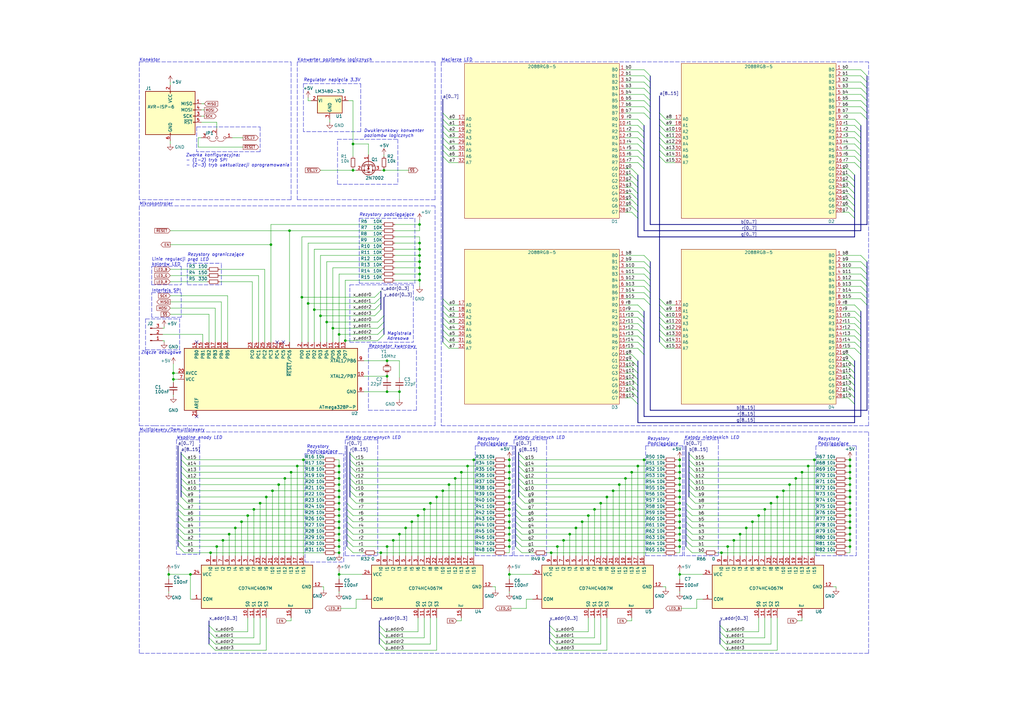
<source format=kicad_sch>
(kicad_sch (version 20211123) (generator eeschema)
  (paper "A3")
  (title_block (title "LED_MODULE") (date "2022-06-11") (rev "C"))
  (lib_symbols
    (symbol "74xx:CD74HC4067"
      (property "Reference" "U" (at -8.89 22.86 0))
      (property "Value" "CD74HC4067" (at 1.27 22.86 0))
      (symbol "CD74HC4067_1_1"
        (pin passive line (at -5.08 25.4 270) (length 3.81) (name "COM") (number "1"))
        (pin input line (at -12.7 2.54 0) (length 3.81) (name "S0") (number "10"))
        (pin input line (at -12.7 0 0) (length 3.81) (name "S1") (number "11"))
        (pin power_in line (at 0 -27.94 90) (length 3.81) (name "GND") (number "12"))
        (pin input line (at -12.7 -5.08 0) (length 3.81) (name "S3") (number "13"))
        (pin input line (at -12.7 -2.54 0) (length 3.81) (name "S2") (number "14"))
        (pin input line (at -12.7 -15.24 0) (length 3.81) (name "~{E}") (number "15"))
        (pin passive line (at 12.7 -20.32 180) (length 3.81) (name "I15") (number "16"))
        (pin passive line (at 12.7 -17.78 180) (length 3.81) (name "I14") (number "17"))
        (pin passive line (at 12.7 -15.24 180) (length 3.81) (name "I13") (number "18"))
        (pin passive line (at 12.7 -12.7 180) (length 3.81) (name "I12") (number "19"))
        (pin passive line (at 12.7 0 180) (length 3.81) (name "I7") (number "2"))
        (pin passive line (at 12.7 -10.16 180) (length 3.81) (name "I11") (number "20"))
        (pin passive line (at 12.7 -7.62 180) (length 3.81) (name "I10") (number "21"))
        (pin passive line (at 12.7 -5.08 180) (length 3.81) (name "I9") (number "22"))
        (pin passive line (at 12.7 -2.54 180) (length 3.81) (name "I8") (number "23"))
        (pin power_in line (at 5.08 25.4 270) (length 3.81) (name "VCC") (number "24"))
        (pin passive line (at 12.7 2.54 180) (length 3.81) (name "I6") (number "3"))
        (pin passive line (at 12.7 5.08 180) (length 3.81) (name "I5") (number "4"))
        (pin passive line (at 12.7 7.62 180) (length 3.81) (name "I4") (number "5"))
        (pin passive line (at 12.7 10.16 180) (length 3.81) (name "I3") (number "6"))
        (pin passive line (at 12.7 12.7 180) (length 3.81) (name "I2") (number "7"))
        (pin passive line (at 12.7 15.24 180) (length 3.81) (name "I1") (number "8"))
        (pin passive line (at 12.7 17.78 180) (length 3.81) (name "I0") (number "9"))
      )
    )
    (symbol "Connector:AVR-ISP-6" (pin_names (offset 1.016))
      (property "Reference" "J1" (at -11.43 11.43 0))
      (property "Value" "AVR-ISP-6" (at -6.35 3.81 0))
      (symbol "AVR-ISP-6_1_1"
        (pin passive line (at 10.16 5.08 180) (length 2.54) (name "MISO") (number "1"))
        (pin power_out line (at -2.54 12.7 270) (length 2.54) (name "VCC") (number "2"))
        (pin passive line (at 10.16 0 180) (length 2.54) (name "SCK") (number "3"))
        (pin passive line (at 10.16 2.54 180) (length 2.54) (name "MOSI") (number "4"))
        (pin passive line (at 10.16 -2.54 180) (length 2.54) (name "~{RST}") (number "5"))
        (pin power_out line (at -2.54 -10.16 90) (length 2.54) (name "GND") (number "6"))
      )
    )
    (symbol "Connector:Conn_01x03_Male" (pin_names (offset 1.016) hide)
      (property "Reference" "J" (at 0 5.08 0))
      (property "Value" "Conn_01x03_Male" (at 0 -5.08 0))
      (symbol "Conn_01x03_Male_1_1"
        (pin passive line (at 5.08 2.54 180) (length 3.81) (name "Pin_1") (number "1"))
        (pin passive line (at 5.08 0 180) (length 3.81) (name "Pin_2") (number "2"))
        (pin passive line (at 5.08 -2.54 180) (length 3.81) (name "Pin_3") (number "3"))
      )
    )
    (symbol "Device:C_Small" (pin_numbers hide) (pin_names (offset 0.254) hide)
      (property "Reference" "C" (at 0.254 1.778 0))
      (property "Value" "C_Small" (at 0.254 -2.032 0))
      (symbol "C_Small_1_1"
        (pin passive line (at 0 2.54 270) (length 2.032) (name "~") (number "1"))
        (pin passive line (at 0 -2.54 90) (length 2.032) (name "~") (number "2"))
      )
    )
    (symbol "Device:Crystal_Small" (pin_numbers hide) (pin_names (offset 1.016) hide)
      (property "Reference" "Y" (at 0 2.54 0))
      (property "Value" "Crystal_Small" (at 0 -2.54 0))
      (symbol "Crystal_Small_1_1"
        (pin passive line (at -2.54 0 0) (length 1.27) (name "1") (number "1"))
        (pin passive line (at 2.54 0 180) (length 1.27) (name "2") (number "2"))
      )
    )
    (symbol "Device:R_Small" (pin_numbers hide) (pin_names (offset 0.254) hide)
      (property "Reference" "R" (at 0.762 0.508 0))
      (property "Value" "R_Small" (at 0.762 -1.016 0))
      (symbol "R_Small_1_1"
        (pin passive line (at 0 2.54 270) (length 0.762) (name "~") (number "1"))
        (pin passive line (at 0 -2.54 90) (length 0.762) (name "~") (number "2"))
      )
    )
    (symbol "Jumper:Jumper_3_Open" (pin_names (offset 0) hide)
      (property "Reference" "JP" (at -2.54 -2.54 0))
      (property "Value" "Jumper_3_Open" (at 0 2.794 0))
      (symbol "Jumper_3_Open_1_1"
        (pin passive line (at -6.35 0 0) (length 2.54) (name "A") (number "1"))
        (pin input line (at 0 -3.81 90) (length 2.54) (name "C") (number "2"))
        (pin passive line (at 6.35 0 180) (length 2.54) (name "B") (number "3"))
      )
    )
    (symbol "LED:2088RGB-5"
      (property "Reference" "D" (at -33.655 -1.778 0))
      (property "Value" "2088RGB-5" (at -33.274 0.635 0))
      (symbol "2088RGB-5_0_0"
        (pin passive line (at 0 0 180) (length 2.54) (name "B0") (number "1"))
        (pin passive line (at 0 -22.86 180) (length 2.54) (name "R1") (number "10"))
        (pin passive line (at 0 -25.4 180) (length 2.54) (name "R2") (number "11"))
        (pin passive line (at 0 -27.94 180) (length 2.54) (name "R3") (number "12"))
        (pin passive line (at 0 -30.48 180) (length 2.54) (name "R4") (number "13"))
        (pin passive line (at 0 -33.02 180) (length 2.54) (name "R5") (number "14"))
        (pin passive line (at 0 -35.56 180) (length 2.54) (name "R6") (number "15"))
        (pin passive line (at 0 -38.1 180) (length 2.54) (name "R7") (number "16"))
        (pin passive line (at -68.58 -20.32 0) (length 2.54) (name "A0") (number "17"))
        (pin passive line (at -68.58 -22.86 0) (length 2.54) (name "A1") (number "18"))
        (pin passive line (at -68.58 -25.4 0) (length 2.54) (name "A2") (number "19"))
        (pin passive line (at 0 -2.54 180) (length 2.54) (name "B1") (number "2"))
        (pin passive line (at -68.58 -27.94 0) (length 2.54) (name "A3") (number "20"))
        (pin passive line (at 0 -40.64 180) (length 2.54) (name "G0") (number "21"))
        (pin passive line (at 0 -43.18 180) (length 2.54) (name "G1") (number "22"))
        (pin passive line (at 0 -45.72 180) (length 2.54) (name "G2") (number "23"))
        (pin passive line (at 0 -48.26 180) (length 2.54) (name "G3") (number "24"))
        (pin passive line (at 0 -50.8 180) (length 2.54) (name "G4") (number "25"))
        (pin passive line (at 0 -53.34 180) (length 2.54) (name "G5") (number "26"))
        (pin passive line (at 0 -55.88 180) (length 2.54) (name "G6") (number "27"))
        (pin passive line (at 0 -58.42 180) (length 2.54) (name "G7") (number "28"))
        (pin passive line (at -68.58 -30.48 0) (length 2.54) (name "A4") (number "29"))
        (pin passive line (at 0 -5.08 180) (length 2.54) (name "B2") (number "3"))
        (pin passive line (at -68.58 -33.02 0) (length 2.54) (name "A5") (number "30"))
        (pin passive line (at -68.58 -35.56 0) (length 2.54) (name "A6") (number "31"))
        (pin passive line (at -68.58 -38.1 0) (length 2.54) (name "A7") (number "32"))
        (pin passive line (at 0 -7.62 180) (length 2.54) (name "B3") (number "4"))
        (pin passive line (at 0 -10.16 180) (length 2.54) (name "B4") (number "5"))
        (pin passive line (at 0 -12.7 180) (length 2.54) (name "B5") (number "6"))
        (pin passive line (at 0 -15.24 180) (length 2.54) (name "B6") (number "7"))
        (pin passive line (at 0 -17.78 180) (length 2.54) (name "B7") (number "8"))
        (pin passive line (at 0 -20.32 180) (length 2.54) (name "R0") (number "9"))
      )
    )
    (symbol "MCU_Microchip_ATmega:ATmega328P-P"
      (property "Reference" "U4" (at 34.29 -13.97 90))
      (property "Value" "ATmega328P-P" (at 26.67 -10.795 90))
      (symbol "ATmega328P-P_1_1"
        (pin bidirectional line (at 15.24 -7.62 180) (length 2.54) (name "~{RESET}/PC6") (number "1"))
        (pin bidirectional line (at 1.27 -38.1 90) (length 2.54) (name "XTAL2/PB7") (number "10"))
        (pin bidirectional line (at 15.24 -25.4 180) (length 2.54) (name "PD5") (number "11"))
        (pin bidirectional line (at 15.24 -27.94 180) (length 2.54) (name "PD6") (number "12"))
        (pin bidirectional line (at 15.24 -30.48 180) (length 2.54) (name "PD7") (number "13"))
        (pin bidirectional line (at 15.24 30.48 180) (length 2.54) (name "PB0") (number "14"))
        (pin bidirectional line (at 15.24 27.94 180) (length 2.54) (name "PB1") (number "15"))
        (pin bidirectional line (at 15.24 25.4 180) (length 2.54) (name "PB2") (number "16"))
        (pin bidirectional line (at 15.24 22.86 180) (length 2.54) (name "PB3") (number "17"))
        (pin bidirectional line (at 15.24 20.32 180) (length 2.54) (name "PB4") (number "18"))
        (pin bidirectional line (at 15.24 17.78 180) (length 2.54) (name "PB5") (number "19"))
        (pin bidirectional line (at 15.24 -12.7 180) (length 2.54) (name "PD0") (number "2"))
        (pin power_in line (at 2.54 38.1 270) (length 2.54) (name "AVCC") (number "20"))
        (pin passive line (at -15.24 30.48 0) (length 2.54) (name "AREF") (number "21"))
        (pin passive line (at -5.08 -38.1 90) (length 2.54) hide (name "GND") (number "22"))
        (pin bidirectional line (at 15.24 7.62 180) (length 2.54) (name "PC0") (number "23"))
        (pin bidirectional line (at 15.24 5.08 180) (length 2.54) (name "PC1") (number "24"))
        (pin bidirectional line (at 15.24 2.54 180) (length 2.54) (name "PC2") (number "25"))
        (pin bidirectional line (at 15.24 0 180) (length 2.54) (name "PC3") (number "26"))
        (pin bidirectional line (at 15.24 -2.54 180) (length 2.54) (name "PC4") (number "27"))
        (pin bidirectional line (at 15.24 -5.08 180) (length 2.54) (name "PC5") (number "28"))
        (pin bidirectional line (at 15.24 -15.24 180) (length 2.54) (name "PD1") (number "3"))
        (pin bidirectional line (at 15.24 -17.78 180) (length 2.54) (name "PD2") (number "4"))
        (pin bidirectional line (at 15.24 -20.32 180) (length 2.54) (name "PD3") (number "5"))
        (pin bidirectional line (at 15.24 -22.86 180) (length 2.54) (name "PD4") (number "6"))
        (pin power_in line (at 0 38.1 270) (length 2.54) (name "VCC") (number "7"))
        (pin power_in line (at -5.08 -38.1 90) (length 2.54) (name "GND") (number "8"))
        (pin bidirectional line (at 7.62 -38.1 90) (length 2.54) (name "XTAL1/PB6") (number "9"))
      )
    )
    (symbol "Regulator_Linear:LM3480-3.3" (pin_names (offset 0.254))
      (property "Reference" "U" (at -3.81 3.175 0))
      (property "Value" "LM3480-3.3" (at 0 3.175 0))
      (symbol "LM3480-3.3_1_1"
        (pin power_out line (at 7.62 0 180) (length 2.54) (name "VO") (number "1"))
        (pin power_in line (at -7.62 0 0) (length 2.54) (name "VI") (number "2"))
        (pin power_in line (at 0 -7.62 90) (length 2.54) (name "GND") (number "3"))
      )
    )
    (symbol "Transistor_FET:2N7002" (pin_names hide)
      (property "Reference" "Q1" (at 2.54 -5.08 90))
      (property "Value" "2N7002" (at 0.635 -6.985 90))
      (symbol "2N7002_1_1"
        (pin input line (at -3.81 0 0) (length 2.54) (name "G") (number "1"))
        (pin passive line (at 2.54 -5.08 90) (length 2.54) (name "S") (number "2"))
        (pin passive line (at 2.54 5.08 270) (length 2.54) (name "D") (number "3"))
      )
    )
    (symbol "power:+5V" (power) (pin_names (offset 0))
      (property "Value" "+5V" (at 0 3.556 0))
      (symbol "+5V_1_1"
        (pin power_in line (at 0 0 90) (length 0) hide (name "+5V") (number "1"))
      )
    )
    (symbol "power:GND" (power) (pin_names (offset 0))
      (property "Value" "GND" (at 0 -3.81 0))
      (symbol "GND_1_1"
        (pin power_in line (at 0 0 270) (length 0) hide (name "GND") (number "1"))
      )
    )
  )
  (junction (at 251.46 201.295))
  (junction (at 144.78 69.85))
  (junction (at 278.765 211.455))
  (junction (at 208.915 196.215))
  (junction (at 128.905 127))
  (junction (at 278.765 213.995))
  (junction (at 163.83 219.075))
  (junction (at 326.39 196.215))
  (junction (at 256.54 196.215))
  (junction (at 157.48 69.85))
  (junction (at 348.615 216.535))
  (junction (at 254 198.755))
  (junction (at 348.615 224.155))
  (junction (at 184.15 198.755))
  (junction (at 172.085 112.395))
  (junction (at 231.14 221.615))
  (junction (at 172.085 92.075))
  (junction (at 176.53 206.375))
  (junction (at 69.215 235.585))
  (junction (at 111.76 201.295))
  (junction (at 172.085 104.775))
  (junction (at 139.065 213.995))
  (junction (at 96.52 216.535))
  (junction (at 208.915 201.295))
  (junction (at 208.915 208.915))
  (junction (at 278.765 188.595))
  (junction (at 104.14 208.915))
  (junction (at 111.125 100.33))
  (junction (at 194.31 188.595))
  (junction (at 278.765 198.755))
  (junction (at 141.605 139.7))
  (junction (at 101.6 211.455))
  (junction (at 139.065 211.455))
  (junction (at 133.985 132.08))
  (junction (at 139.065 203.835))
  (junction (at 348.615 206.375))
  (junction (at 208.915 198.755))
  (junction (at 248.92 203.835))
  (junction (at 139.065 191.135))
  (junction (at 172.085 109.855))
  (junction (at 99.06 213.995))
  (junction (at 124.46 188.595))
  (junction (at 139.065 198.755))
  (junction (at 71.12 155.575))
  (junction (at 278.765 235.585))
  (junction (at 189.23 193.675))
  (junction (at 139.065 221.615))
  (junction (at 179.07 203.835))
  (junction (at 208.915 219.075))
  (junction (at 331.47 191.135))
  (junction (at 278.765 216.535))
  (junction (at 278.765 191.135))
  (junction (at 158.75 160.655))
  (junction (at 139.065 224.155))
  (junction (at 172.085 99.695))
  (junction (at 139.065 235.585))
  (junction (at 208.915 224.155))
  (junction (at 121.92 191.135))
  (junction (at 91.44 221.615))
  (junction (at 323.85 198.755))
  (junction (at 208.915 206.375))
  (junction (at 139.065 137.16))
  (junction (at 139.065 206.375))
  (junction (at 208.915 191.135))
  (junction (at 139.065 201.295))
  (junction (at 278.765 203.835))
  (junction (at 278.765 206.375))
  (junction (at 308.61 213.995))
  (junction (at 348.615 196.215))
  (junction (at 208.915 221.615))
  (junction (at 126.365 124.46))
  (junction (at 348.615 198.755))
  (junction (at 172.085 107.315))
  (junction (at 348.615 219.075))
  (junction (at 238.76 213.995))
  (junction (at 71.12 153.035))
  (junction (at 156.21 226.695))
  (junction (at 246.38 206.375))
  (junction (at 278.765 224.155))
  (junction (at 139.065 216.535))
  (junction (at 226.06 226.695))
  (junction (at 166.37 216.535))
  (junction (at 348.615 193.675))
  (junction (at 264.16 188.595))
  (junction (at 298.45 224.155))
  (junction (at 119.38 193.675))
  (junction (at 139.065 226.695))
  (junction (at 348.615 188.595))
  (junction (at 348.615 201.295))
  (junction (at 208.915 193.675))
  (junction (at 168.91 213.995))
  (junction (at 236.22 216.535))
  (junction (at 139.065 196.215))
  (junction (at 139.065 193.675))
  (junction (at 334.01 188.595))
  (junction (at 172.085 114.935))
  (junction (at 348.615 211.455))
  (junction (at 109.22 203.835))
  (junction (at 181.61 201.295))
  (junction (at 278.765 193.675))
  (junction (at 278.765 219.075))
  (junction (at 173.99 208.915))
  (junction (at 278.765 201.295))
  (junction (at 191.77 191.135))
  (junction (at 208.915 188.595))
  (junction (at 163.83 160.655))
  (junction (at 313.69 208.915))
  (junction (at 172.085 102.235))
  (junction (at 208.915 216.535))
  (junction (at 348.615 208.915))
  (junction (at 123.825 121.92))
  (junction (at 208.915 213.995))
  (junction (at 86.36 226.695))
  (junction (at 158.75 147.955))
  (junction (at 348.615 191.135))
  (junction (at 278.765 221.615))
  (junction (at 300.99 221.615))
  (junction (at 318.77 203.835))
  (junction (at 139.065 208.915))
  (junction (at 321.31 201.295))
  (junction (at 233.68 219.075))
  (junction (at 88.9 224.155))
  (junction (at 228.6 224.155))
  (junction (at 316.23 206.375))
  (junction (at 158.75 154.305))
  (junction (at 78.105 235.585))
  (junction (at 131.445 129.54))
  (junction (at 144.78 59.055))
  (junction (at 348.615 221.615))
  (junction (at 306.07 216.535))
  (junction (at 208.915 203.835))
  (junction (at 114.3 198.755))
  (junction (at 278.765 196.215))
  (junction (at 106.68 206.375))
  (junction (at 136.525 134.62))
  (junction (at 158.75 224.155))
  (junction (at 139.065 219.075))
  (junction (at 161.29 221.615))
  (junction (at 278.765 208.915))
  (junction (at 261.62 191.135))
  (junction (at 241.3 211.455))
  (junction (at 118.745 94.615))
  (junction (at 303.53 219.075))
  (junction (at 186.69 196.215))
  (junction (at 208.915 235.585))
  (junction (at 243.84 208.915))
  (junction (at 171.45 211.455))
  (junction (at 295.91 226.695))
  (junction (at 328.93 193.675))
  (junction (at 348.615 213.995))
  (junction (at 259.08 193.675))
  (junction (at 93.98 219.075))
  (junction (at 208.915 211.455))
  (junction (at 311.15 211.455))
  (junction (at 348.615 203.835))
  (junction (at 116.84 196.215))
  (no_connect (at 113.665 140.335))
  (no_connect (at 80.645 140.335))
  (no_connect (at 116.205 140.335))
  (no_connect (at 80.645 170.815))
  (bus_entry (at 283.845 211.455) (size -2.54 -2.54))
  (bus_entry (at 285.115 191.135) (size -2.54 -2.54))
  (bus_entry (at 259.08 74.295) (size 2.54 2.54))
  (bus_entry (at 264.16 43.815) (size 2.54 2.54))
  (bus_entry (at 213.995 221.615) (size -2.54 -2.54))
  (bus_entry (at 261.62 64.135) (size 2.54 2.54))
  (bus_entry (at 353.06 41.275) (size 2.54 2.54))
  (bus_entry (at 270.51 130.175) (size 2.54 2.54))
  (bus_entry (at 285.115 188.595) (size -2.54 -2.54))
  (bus_entry (at 270.51 51.435) (size 2.54 2.54))
  (bus_entry (at 350.52 51.435) (size 2.54 2.54))
  (bus_entry (at 181.61 122.555) (size 2.54 2.54))
  (bus_entry (at 259.08 71.755) (size 2.54 2.54))
  (bus_entry (at 154.94 139.7) (size 2.54 -2.54))
  (bus_entry (at 261.62 142.875) (size 2.54 2.54))
  (bus_entry (at 181.61 130.175) (size 2.54 2.54))
  (bus_entry (at 261.62 135.255) (size 2.54 2.54))
  (bus_entry (at 153.67 127) (size 2.54 -2.54))
  (bus_entry (at 261.62 61.595) (size 2.54 2.54))
  (bus_entry (at 270.51 122.555) (size 2.54 2.54))
  (bus_entry (at 353.06 43.815) (size 2.54 2.54))
  (bus_entry (at 295.275 261.62) (size 2.54 2.54))
  (bus_entry (at 215.265 203.835) (size -2.54 -2.54))
  (bus_entry (at 283.845 224.155) (size -2.54 -2.54))
  (bus_entry (at 353.06 104.775) (size 2.54 2.54))
  (bus_entry (at 264.16 122.555) (size 2.54 2.54))
  (bus_entry (at 146.05 198.755) (size -2.54 -2.54))
  (bus_entry (at 270.51 127.635) (size 2.54 2.54))
  (bus_entry (at 347.98 153.035) (size 2.54 2.54))
  (bus_entry (at 264.16 112.395) (size 2.54 2.54))
  (bus_entry (at 285.115 193.675) (size -2.54 -2.54))
  (bus_entry (at 213.995 219.075) (size -2.54 -2.54))
  (bus_entry (at 144.78 226.695) (size -2.54 -2.54))
  (bus_entry (at 259.08 163.195) (size 2.54 2.54))
  (bus_entry (at 259.08 79.375) (size 2.54 2.54))
  (bus_entry (at 215.265 196.215) (size -2.54 -2.54))
  (bus_entry (at 347.98 147.955) (size 2.54 2.54))
  (bus_entry (at 261.62 125.095) (size 2.54 2.54))
  (bus_entry (at 144.78 219.075) (size -2.54 -2.54))
  (bus_entry (at 181.61 135.255) (size 2.54 2.54))
  (bus_entry (at 285.115 196.215) (size -2.54 -2.54))
  (bus_entry (at 353.06 112.395) (size 2.54 2.54))
  (bus_entry (at 350.52 127.635) (size 2.54 2.54))
  (bus_entry (at 353.06 120.015) (size 2.54 2.54))
  (bus_entry (at 283.845 219.075) (size -2.54 -2.54))
  (bus_entry (at 146.05 188.595) (size -2.54 -2.54))
  (bus_entry (at 347.98 145.415) (size 2.54 2.54))
  (bus_entry (at 144.78 216.535) (size -2.54 -2.54))
  (bus_entry (at 347.98 79.375) (size 2.54 2.54))
  (bus_entry (at 347.98 76.835) (size 2.54 2.54))
  (bus_entry (at 264.16 41.275) (size 2.54 2.54))
  (bus_entry (at 144.78 208.915) (size -2.54 -2.54))
  (bus_entry (at 261.62 56.515) (size 2.54 2.54))
  (bus_entry (at 225.425 259.08) (size 2.54 2.54))
  (bus_entry (at 264.16 38.735) (size 2.54 2.54))
  (bus_entry (at 146.05 201.295) (size -2.54 -2.54))
  (bus_entry (at 225.425 261.62) (size 2.54 2.54))
  (bus_entry (at 215.265 201.295) (size -2.54 -2.54))
  (bus_entry (at 270.51 56.515) (size 2.54 2.54))
  (bus_entry (at 283.845 208.915) (size -2.54 -2.54))
  (bus_entry (at 264.16 36.195) (size 2.54 2.54))
  (bus_entry (at 264.16 109.855) (size 2.54 2.54))
  (bus_entry (at 350.52 137.795) (size 2.54 2.54))
  (bus_entry (at 353.06 107.315) (size 2.54 2.54))
  (bus_entry (at 259.08 69.215) (size 2.54 2.54))
  (bus_entry (at 153.67 124.46) (size 2.54 -2.54))
  (bus_entry (at 259.08 158.115) (size 2.54 2.54))
  (bus_entry (at 353.06 33.655) (size 2.54 2.54))
  (bus_entry (at 215.265 206.375) (size -2.54 -2.54))
  (bus_entry (at 144.78 224.155) (size -2.54 -2.54))
  (bus_entry (at 350.52 135.255) (size 2.54 2.54))
  (bus_entry (at 347.98 160.655) (size 2.54 2.54))
  (bus_entry (at 154.94 132.08) (size 2.54 -2.54))
  (bus_entry (at 85.725 264.16) (size 2.54 2.54))
  (bus_entry (at 85.725 261.62) (size 2.54 2.54))
  (bus_entry (at 85.725 259.08) (size 2.54 2.54))
  (bus_entry (at 85.725 256.54) (size 2.54 2.54))
  (bus_entry (at 350.52 132.715) (size 2.54 2.54))
  (bus_entry (at 285.115 198.755) (size -2.54 -2.54))
  (bus_entry (at 350.52 66.675) (size 2.54 2.54))
  (bus_entry (at 153.67 121.92) (size 2.54 -2.54))
  (bus_entry (at 347.98 150.495) (size 2.54 2.54))
  (bus_entry (at 259.08 81.915) (size 2.54 2.54))
  (bus_entry (at 215.265 188.595) (size -2.54 -2.54))
  (bus_entry (at 155.575 261.62) (size 2.54 2.54))
  (bus_entry (at 144.78 211.455) (size -2.54 -2.54))
  (bus_entry (at 181.61 140.335) (size 2.54 2.54))
  (bus_entry (at 225.425 264.16) (size 2.54 2.54))
  (bus_entry (at 295.275 256.54) (size 2.54 2.54))
  (bus_entry (at 350.52 53.975) (size 2.54 2.54))
  (bus_entry (at 261.62 140.335) (size 2.54 2.54))
  (bus_entry (at 347.98 74.295) (size 2.54 2.54))
  (bus_entry (at 264.16 28.575) (size 2.54 2.54))
  (bus_entry (at 146.05 196.215) (size -2.54 -2.54))
  (bus_entry (at 259.08 84.455) (size 2.54 2.54))
  (bus_entry (at 270.51 132.715) (size 2.54 2.54))
  (bus_entry (at 213.995 208.915) (size -2.54 -2.54))
  (bus_entry (at 215.265 193.675) (size -2.54 -2.54))
  (bus_entry (at 264.16 31.115) (size 2.54 2.54))
  (bus_entry (at 353.06 114.935) (size 2.54 2.54))
  (bus_entry (at 154.94 137.16) (size 2.54 -2.54))
  (bus_entry (at 285.115 203.835) (size -2.54 -2.54))
  (bus_entry (at 353.06 122.555) (size 2.54 2.54))
  (bus_entry (at 213.995 224.155) (size -2.54 -2.54))
  (bus_entry (at 264.16 46.355) (size 2.54 2.54))
  (bus_entry (at 259.08 145.415) (size 2.54 2.54))
  (bus_entry (at 347.98 84.455) (size 2.54 2.54))
  (bus_entry (at 270.51 135.255) (size 2.54 2.54))
  (bus_entry (at 259.08 155.575) (size 2.54 2.54))
  (bus_entry (at 259.08 160.655) (size 2.54 2.54))
  (bus_entry (at 213.995 216.535) (size -2.54 -2.54))
  (bus_entry (at 215.265 191.135) (size -2.54 -2.54))
  (bus_entry (at 283.845 213.995) (size -2.54 -2.54))
  (bus_entry (at 353.06 28.575) (size 2.54 2.54))
  (bus_entry (at 264.16 104.775) (size 2.54 2.54))
  (bus_entry (at 261.62 59.055) (size 2.54 2.54))
  (bus_entry (at 350.52 142.875) (size 2.54 2.54))
  (bus_entry (at 259.08 153.035) (size 2.54 2.54))
  (bus_entry (at 225.425 256.54) (size 2.54 2.54))
  (bus_entry (at 264.16 120.015) (size 2.54 2.54))
  (bus_entry (at 270.51 125.095) (size 2.54 2.54))
  (bus_entry (at 146.05 206.375) (size -2.54 -2.54))
  (bus_entry (at 181.61 125.095) (size 2.54 2.54))
  (bus_entry (at 347.98 163.195) (size 2.54 2.54))
  (bus_entry (at 295.275 259.08) (size 2.54 2.54))
  (bus_entry (at 155.575 256.54) (size 2.54 2.54))
  (bus_entry (at 261.62 130.175) (size 2.54 2.54))
  (bus_entry (at 264.16 33.655) (size 2.54 2.54))
  (bus_entry (at 270.51 137.795) (size 2.54 2.54))
  (bus_entry (at 146.05 191.135) (size -2.54 -2.54))
  (bus_entry (at 154.94 134.62) (size 2.54 -2.54))
  (bus_entry (at 264.16 117.475) (size 2.54 2.54))
  (bus_entry (at 261.62 53.975) (size 2.54 2.54))
  (bus_entry (at 353.06 46.355) (size 2.54 2.54))
  (bus_entry (at 353.06 109.855) (size 2.54 2.54))
  (bus_entry (at 181.61 127.635) (size 2.54 2.54))
  (bus_entry (at 261.62 66.675) (size 2.54 2.54))
  (bus_entry (at 261.62 51.435) (size 2.54 2.54))
  (bus_entry (at 264.16 114.935) (size 2.54 2.54))
  (bus_entry (at 347.98 81.915) (size 2.54 2.54))
  (bus_entry (at 144.78 213.995) (size -2.54 -2.54))
  (bus_entry (at 283.845 216.535) (size -2.54 -2.54))
  (bus_entry (at 213.995 226.695) (size -2.54 -2.54))
  (bus_entry (at 347.98 71.755) (size 2.54 2.54))
  (bus_entry (at 285.115 206.375) (size -2.54 -2.54))
  (bus_entry (at 155.575 264.16) (size 2.54 2.54))
  (bus_entry (at 261.62 127.635) (size 2.54 2.54))
  (bus_entry (at 215.265 198.755) (size -2.54 -2.54))
  (bus_entry (at 350.52 48.895) (size 2.54 2.54))
  (bus_entry (at 350.52 125.095) (size 2.54 2.54))
  (bus_entry (at 270.51 46.355) (size 2.54 2.54))
  (bus_entry (at 146.05 193.675) (size -2.54 -2.54))
  (bus_entry (at 350.52 64.135) (size 2.54 2.54))
  (bus_entry (at 270.51 61.595) (size 2.54 2.54))
  (bus_entry (at 261.62 137.795) (size 2.54 2.54))
  (bus_entry (at 347.98 86.995) (size 2.54 2.54))
  (bus_entry (at 153.67 129.54) (size 2.54 -2.54))
  (bus_entry (at 213.995 211.455) (size -2.54 -2.54))
  (bus_entry (at 181.61 137.795) (size 2.54 2.54))
  (bus_entry (at 285.115 201.295) (size -2.54 -2.54))
  (bus_entry (at 270.51 140.335) (size 2.54 2.54))
  (bus_entry (at 347.98 155.575) (size 2.54 2.54))
  (bus_entry (at 155.575 259.08) (size 2.54 2.54))
  (bus_entry (at 353.06 38.735) (size 2.54 2.54))
  (bus_entry (at 350.52 61.595) (size 2.54 2.54))
  (bus_entry (at 261.62 48.895) (size 2.54 2.54))
  (bus_entry (at 264.16 107.315) (size 2.54 2.54))
  (bus_entry (at 270.51 59.055) (size 2.54 2.54))
  (bus_entry (at 353.06 31.115) (size 2.54 2.54))
  (bus_entry (at 146.05 203.835) (size -2.54 -2.54))
  (bus_entry (at 283.845 226.695) (size -2.54 -2.54))
  (bus_entry (at 350.52 140.335) (size 2.54 2.54))
  (bus_entry (at 259.08 76.835) (size 2.54 2.54))
  (bus_entry (at 261.62 132.715) (size 2.54 2.54))
  (bus_entry (at 347.98 69.215) (size 2.54 2.54))
  (bus_entry (at 270.51 48.895) (size 2.54 2.54))
  (bus_entry (at 144.78 221.615) (size -2.54 -2.54))
  (bus_entry (at 350.52 56.515) (size 2.54 2.54))
  (bus_entry (at 353.06 117.475) (size 2.54 2.54))
  (bus_entry (at 213.995 213.995) (size -2.54 -2.54))
  (bus_entry (at 350.52 59.055) (size 2.54 2.54))
  (bus_entry (at 259.08 150.495) (size 2.54 2.54))
  (bus_entry (at 353.06 36.195) (size 2.54 2.54))
  (bus_entry (at 270.51 53.975) (size 2.54 2.54))
  (bus_entry (at 350.52 130.175) (size 2.54 2.54))
  (bus_entry (at 259.08 147.955) (size 2.54 2.54))
  (bus_entry (at 181.61 64.135) (size 2.54 2.54))
  (bus_entry (at 181.61 59.055) (size 2.54 2.54))
  (bus_entry (at 181.61 61.595) (size 2.54 2.54))
  (bus_entry (at 181.61 53.975) (size 2.54 2.54))
  (bus_entry (at 181.61 56.515) (size 2.54 2.54))
  (bus_entry (at 181.61 51.435) (size 2.54 2.54))
  (bus_entry (at 181.61 48.895) (size 2.54 2.54))
  (bus_entry (at 181.61 46.355) (size 2.54 2.54))
  (bus_entry (at 295.275 264.16) (size 2.54 2.54))
  (bus_entry (at 283.845 221.615) (size -2.54 -2.54))
  (bus_entry (at 270.51 64.135) (size 2.54 2.54))
  (bus_entry (at 259.08 86.995) (size 2.54 2.54))
  (bus_entry (at 75.565 221.615) (size -2.54 -2.54))
  (bus_entry (at 75.565 226.695) (size -2.54 -2.54))
  (bus_entry (at 75.565 219.075) (size -2.54 -2.54))
  (bus_entry (at 75.565 224.155) (size -2.54 -2.54))
  (bus_entry (at 76.835 206.375) (size -2.54 -2.54))
  (bus_entry (at 76.835 198.755) (size -2.54 -2.54))
  (bus_entry (at 75.565 216.535) (size -2.54 -2.54))
  (bus_entry (at 75.565 213.995) (size -2.54 -2.54))
  (bus_entry (at 75.565 211.455) (size -2.54 -2.54))
  (bus_entry (at 75.565 208.915) (size -2.54 -2.54))
  (bus_entry (at 76.835 188.595) (size -2.54 -2.54))
  (bus_entry (at 76.835 191.135) (size -2.54 -2.54))
  (bus_entry (at 76.835 196.215) (size -2.54 -2.54))
  (bus_entry (at 76.835 203.835) (size -2.54 -2.54))
  (bus_entry (at 76.835 201.295) (size -2.54 -2.54))
  (bus_entry (at 76.835 193.675) (size -2.54 -2.54))
  (bus_entry (at 347.98 158.115) (size 2.54 2.54))
  (bus_entry (at 181.61 132.715) (size 2.54 2.54))
  (wire (pts (xy 85.725 128.905) (xy 69.85 128.905)))
  (wire (pts (xy 91.44 227.965) (xy 91.44 221.615)))
  (wire (pts (xy 99.06 227.965) (xy 99.06 213.995)))
  (wire (pts (xy 256.54 163.195) (xy 259.08 163.195)))
  (polyline (pts (xy 210.82 180.34) (xy 224.155 180.34)))
  (wire (pts (xy 246.38 227.965) (xy 246.38 206.375)))
  (wire (pts (xy 215.265 198.755) (xy 254 198.755)))
  (wire (pts (xy 69.85 126.365) (xy 88.265 126.365)))
  (wire (pts (xy 273.05 140.335) (xy 276.86 140.335)))
  (bus (pts (xy 353.06 142.875) (xy 353.06 145.415)))
  (wire (pts (xy 71.12 161.925) (xy 71.12 162.56)))
  (wire (pts (xy 278.765 235.585) (xy 288.29 235.585)))
  (wire (pts (xy 139.065 211.455) (xy 139.065 213.995)))
  (bus (pts (xy 355.6 41.275) (xy 355.6 43.815)))
  (wire (pts (xy 149.225 147.955) (xy 158.75 147.955)))
  (wire (pts (xy 90.17 115.57) (xy 103.505 115.57)))
  (bus (pts (xy 74.295 191.135) (xy 74.295 188.595)))
  (wire (pts (xy 88.265 259.08) (xy 101.6 259.08)))
  (wire (pts (xy 121.92 191.135) (xy 132.715 191.135)))
  (bus (pts (xy 264.16 53.975) (xy 264.16 56.515)))
  (wire (pts (xy 149.225 160.655) (xy 158.75 160.655)))
  (bus (pts (xy 350.52 97.155) (xy 350.52 89.535)))
  (wire (pts (xy 257.175 254.635) (xy 259.08 254.635)))
  (wire (pts (xy 81.28 56.515) (xy 81.28 60.325)))
  (wire (pts (xy 345.44 53.975) (xy 350.52 53.975)))
  (wire (pts (xy 345.44 158.115) (xy 347.98 158.115)))
  (polyline (pts (xy 62.23 109.22) (xy 74.295 109.22)))
  (wire (pts (xy 184.15 198.755) (xy 184.15 227.965)))
  (wire (pts (xy 345.44 120.015) (xy 353.06 120.015)))
  (wire (pts (xy 157.48 69.85) (xy 167.64 69.85)))
  (bus (pts (xy 181.61 46.355) (xy 181.61 48.895)))
  (polyline (pts (xy 121.92 81.915) (xy 178.435 81.915)))
  (wire (pts (xy 271.78 240.665) (xy 273.05 240.665)))
  (bus (pts (xy 261.62 81.915) (xy 261.62 84.455)))
  (wire (pts (xy 136.525 109.855) (xy 136.525 134.62)))
  (bus (pts (xy 264.16 127.635) (xy 264.16 130.175)))
  (wire (pts (xy 158.75 154.305) (xy 158.75 153.67)))
  (bus (pts (xy 181.61 122.555) (xy 181.61 125.095)))
  (wire (pts (xy 191.77 191.135) (xy 202.565 191.135)))
  (wire (pts (xy 345.44 59.055) (xy 350.52 59.055)))
  (wire (pts (xy 273.05 137.795) (xy 276.86 137.795)))
  (wire (pts (xy 101.6 211.455) (xy 132.715 211.455)))
  (wire (pts (xy 298.45 224.155) (xy 298.45 227.965)))
  (wire (pts (xy 69.85 113.03) (xy 85.09 113.03)))
  (polyline (pts (xy 210.185 182.88) (xy 210.185 227.965)))
  (polyline (pts (xy 124.46 34.29) (xy 147.955 34.29)))
  (wire (pts (xy 123.825 140.335) (xy 123.825 121.92)))
  (wire (pts (xy 173.99 208.915) (xy 202.565 208.915)))
  (wire (pts (xy 345.44 153.035) (xy 347.98 153.035)))
  (bus (pts (xy 266.7 41.275) (xy 266.7 43.815)))
  (wire (pts (xy 256.54 51.435) (xy 261.62 51.435)))
  (wire (pts (xy 179.07 203.835) (xy 202.565 203.835)))
  (bus (pts (xy 143.51 203.835) (xy 143.51 201.295)))
  (wire (pts (xy 256.54 36.195) (xy 264.16 36.195)))
  (wire (pts (xy 114.3 198.755) (xy 132.715 198.755)))
  (wire (pts (xy 76.835 203.835) (xy 109.22 203.835)))
  (bus (pts (xy 270.51 46.355) (xy 270.51 48.895)))
  (wire (pts (xy 306.07 227.965) (xy 306.07 216.535)))
  (wire (pts (xy 179.07 253.365) (xy 179.07 266.7)))
  (wire (pts (xy 158.75 154.305) (xy 158.75 154.94)))
  (bus (pts (xy 355.6 107.315) (xy 355.6 109.855)))
  (wire (pts (xy 156.845 114.935) (xy 141.605 114.935)))
  (wire (pts (xy 173.99 227.965) (xy 173.99 208.915)))
  (wire (pts (xy 318.77 203.835) (xy 342.265 203.835)))
  (bus (pts (xy 270.51 130.175) (xy 270.51 132.715)))
  (bus (pts (xy 73.025 221.615) (xy 73.025 219.075)))
  (wire (pts (xy 184.15 125.095) (xy 187.96 125.095)))
  (wire (pts (xy 256.54 56.515) (xy 261.62 56.515)))
  (wire (pts (xy 75.565 213.995) (xy 99.06 213.995)))
  (wire (pts (xy 161.29 227.965) (xy 161.29 221.615)))
  (polyline (pts (xy 180.975 25.4) (xy 356.235 25.4)))
  (polyline (pts (xy 154.94 180.34) (xy 154.94 227.965)))
  (bus (pts (xy 295.275 259.08) (xy 295.275 261.62)))
  (wire (pts (xy 161.925 92.075) (xy 172.085 92.075)))
  (polyline (pts (xy 334.645 227.965) (xy 351.155 227.965)))
  (wire (pts (xy 273.05 125.095) (xy 276.86 125.095)))
  (wire (pts (xy 348.615 221.615) (xy 347.345 221.615)))
  (wire (pts (xy 342.265 219.075) (xy 303.53 219.075)))
  (wire (pts (xy 81.28 56.515) (xy 82.55 56.515)))
  (wire (pts (xy 106.68 227.965) (xy 106.68 206.375)))
  (wire (pts (xy 184.15 132.715) (xy 187.96 132.715)))
  (wire (pts (xy 69.85 33.655) (xy 69.85 34.925)))
  (wire (pts (xy 227.965 266.7) (xy 248.92 266.7)))
  (bus (pts (xy 143.51 193.675) (xy 143.51 191.135)))
  (wire (pts (xy 256.54 64.135) (xy 261.62 64.135)))
  (bus (pts (xy 266.7 114.935) (xy 266.7 117.475)))
  (polyline (pts (xy 151.13 142.875) (xy 151.13 168.275)))
  (wire (pts (xy 163.83 219.075) (xy 202.565 219.075)))
  (bus (pts (xy 350.52 74.295) (xy 350.52 76.835)))
  (bus (pts (xy 181.61 127.635) (xy 181.61 130.175)))
  (wire (pts (xy 207.645 213.995) (xy 208.915 213.995)))
  (bus (pts (xy 143.51 185.42) (xy 143.51 186.055)))
  (bus (pts (xy 261.62 71.755) (xy 261.62 74.295)))
  (wire (pts (xy 327.025 254.635) (xy 328.93 254.635)))
  (wire (pts (xy 139.065 242.57) (xy 139.065 243.205)))
  (wire (pts (xy 132.715 240.665) (xy 132.08 240.665)))
  (wire (pts (xy 278.765 196.215) (xy 277.495 196.215)))
  (wire (pts (xy 139.065 196.215) (xy 139.065 198.755)))
  (wire (pts (xy 144.78 219.075) (xy 163.83 219.075)))
  (wire (pts (xy 213.995 208.915) (xy 243.84 208.915)))
  (wire (pts (xy 95.25 56.515) (xy 99.695 56.515)))
  (wire (pts (xy 184.15 137.795) (xy 187.96 137.795)))
  (wire (pts (xy 273.05 127.635) (xy 276.86 127.635)))
  (wire (pts (xy 246.38 206.375) (xy 272.415 206.375)))
  (wire (pts (xy 278.765 206.375) (xy 278.765 208.915)))
  (wire (pts (xy 348.615 206.375) (xy 347.345 206.375)))
  (bus (pts (xy 85.725 254.635) (xy 85.725 256.54)))
  (wire (pts (xy 208.915 191.135) (xy 207.645 191.135)))
  (polyline (pts (xy 125.095 186.055) (xy 125.095 230.505)))
  (wire (pts (xy 243.84 208.915) (xy 272.415 208.915)))
  (wire (pts (xy 139.065 216.535) (xy 139.065 219.075)))
  (bus (pts (xy 266.7 168.275) (xy 266.7 125.095)))
  (bus (pts (xy 350.52 81.915) (xy 350.52 84.455)))
  (wire (pts (xy 128.905 140.335) (xy 128.905 127)))
  (wire (pts (xy 256.54 196.215) (xy 272.415 196.215)))
  (wire (pts (xy 313.69 208.915) (xy 342.265 208.915)))
  (bus (pts (xy 212.725 185.42) (xy 212.725 186.055)))
  (bus (pts (xy 261.62 155.575) (xy 261.62 158.115)))
  (wire (pts (xy 283.845 224.155) (xy 298.45 224.155)))
  (wire (pts (xy 208.915 193.675) (xy 208.915 196.215)))
  (wire (pts (xy 256.54 86.995) (xy 259.08 86.995)))
  (bus (pts (xy 85.725 261.62) (xy 85.725 264.16)))
  (bus (pts (xy 266.7 122.555) (xy 266.7 125.095)))
  (polyline (pts (xy 143.51 140.335) (xy 169.545 140.335)))
  (wire (pts (xy 139.065 219.075) (xy 139.065 221.615)))
  (bus (pts (xy 181.61 135.255) (xy 181.61 137.795)))
  (wire (pts (xy 254 198.755) (xy 254 227.965)))
  (wire (pts (xy 184.15 66.675) (xy 187.96 66.675)))
  (wire (pts (xy 348.615 219.075) (xy 348.615 221.615)))
  (wire (pts (xy 78.105 245.745) (xy 78.105 235.585)))
  (wire (pts (xy 278.765 213.995) (xy 278.765 216.535)))
  (wire (pts (xy 278.765 188.595) (xy 278.765 191.135)))
  (wire (pts (xy 139.065 219.075) (xy 137.795 219.075)))
  (wire (pts (xy 256.54 109.855) (xy 264.16 109.855)))
  (wire (pts (xy 82.55 47.625) (xy 83.82 47.625)))
  (wire (pts (xy 213.995 226.695) (xy 219.075 226.695)))
  (wire (pts (xy 163.83 160.02) (xy 163.83 160.655)))
  (wire (pts (xy 285.75 245.745) (xy 288.29 245.745)))
  (wire (pts (xy 345.44 142.875) (xy 350.52 142.875)))
  (wire (pts (xy 345.44 46.355) (xy 353.06 46.355)))
  (wire (pts (xy 213.995 221.615) (xy 231.14 221.615)))
  (wire (pts (xy 203.2 240.665) (xy 203.2 241.935)))
  (bus (pts (xy 282.575 193.675) (xy 282.575 191.135)))
  (wire (pts (xy 345.44 38.735) (xy 353.06 38.735)))
  (wire (pts (xy 142.875 41.275) (xy 144.78 41.275)))
  (wire (pts (xy 166.37 216.535) (xy 202.565 216.535)))
  (bus (pts (xy 355.6 117.475) (xy 355.6 120.015)))
  (bus (pts (xy 74.295 186.055) (xy 74.295 185.42)))
  (bus (pts (xy 353.06 132.715) (xy 353.06 135.255)))
  (bus (pts (xy 266.7 109.855) (xy 266.7 112.395)))
  (wire (pts (xy 156.845 99.695) (xy 126.365 99.695)))
  (wire (pts (xy 241.3 259.08) (xy 241.3 253.365)))
  (bus (pts (xy 270.51 59.055) (xy 270.51 61.595)))
  (wire (pts (xy 256.54 107.315) (xy 264.16 107.315)))
  (wire (pts (xy 278.765 211.455) (xy 278.765 213.995)))
  (wire (pts (xy 248.92 203.835) (xy 272.415 203.835)))
  (wire (pts (xy 161.925 112.395) (xy 172.085 112.395)))
  (wire (pts (xy 273.05 56.515) (xy 276.86 56.515)))
  (bus (pts (xy 211.455 224.155) (xy 211.455 221.615)))
  (wire (pts (xy 248.92 227.965) (xy 248.92 203.835)))
  (bus (pts (xy 282.575 186.055) (xy 282.575 185.42)))
  (polyline (pts (xy 57.15 25.4) (xy 119.38 25.4)))
  (wire (pts (xy 215.265 196.215) (xy 256.54 196.215)))
  (wire (pts (xy 76.835 201.295) (xy 111.76 201.295)))
  (wire (pts (xy 277.495 188.595) (xy 278.765 188.595)))
  (wire (pts (xy 297.815 261.62) (xy 313.69 261.62)))
  (bus (pts (xy 264.16 56.515) (xy 264.16 59.055)))
  (wire (pts (xy 227.965 261.62) (xy 243.84 261.62)))
  (wire (pts (xy 139.065 221.615) (xy 139.065 224.155)))
  (bus (pts (xy 350.52 150.495) (xy 350.52 153.035)))
  (wire (pts (xy 184.15 51.435) (xy 187.96 51.435)))
  (wire (pts (xy 144.78 208.915) (xy 173.99 208.915)))
  (bus (pts (xy 264.16 66.675) (xy 264.16 69.215)))
  (bus (pts (xy 261.62 97.155) (xy 350.52 97.155)))
  (bus (pts (xy 353.06 53.975) (xy 353.06 56.515)))
  (polyline (pts (xy 143.51 140.335) (xy 143.51 116.84)))
  (wire (pts (xy 256.54 76.835) (xy 259.08 76.835)))
  (polyline (pts (xy 356.235 267.97) (xy 57.15 267.97)))
  (wire (pts (xy 66.675 137.16) (xy 83.185 137.16)))
  (bus (pts (xy 155.575 254.635) (xy 155.575 256.54)))
  (wire (pts (xy 208.915 219.075) (xy 207.645 219.075)))
  (wire (pts (xy 156.845 107.315) (xy 133.985 107.315)))
  (wire (pts (xy 184.15 127.635) (xy 187.96 127.635)))
  (wire (pts (xy 208.915 196.215) (xy 208.915 198.755)))
  (wire (pts (xy 191.77 191.135) (xy 191.77 227.965)))
  (wire (pts (xy 126.365 41.275) (xy 126.365 40.005)))
  (polyline (pts (xy 57.15 25.4) (xy 57.15 81.915)))
  (wire (pts (xy 256.54 59.055) (xy 261.62 59.055)))
  (wire (pts (xy 161.925 97.155) (xy 172.085 97.155)))
  (wire (pts (xy 256.54 48.895) (xy 261.62 48.895)))
  (bus (pts (xy 353.06 94.615) (xy 353.06 69.215)))
  (wire (pts (xy 139.065 112.395) (xy 139.065 137.16)))
  (wire (pts (xy 208.915 193.675) (xy 207.645 193.675)))
  (wire (pts (xy 256.54 31.115) (xy 264.16 31.115)))
  (wire (pts (xy 297.815 259.08) (xy 311.15 259.08)))
  (wire (pts (xy 208.915 206.375) (xy 207.645 206.375)))
  (wire (pts (xy 345.44 117.475) (xy 353.06 117.475)))
  (wire (pts (xy 259.08 193.675) (xy 259.08 227.965)))
  (wire (pts (xy 202.565 213.995) (xy 168.91 213.995)))
  (wire (pts (xy 342.265 224.155) (xy 298.45 224.155)))
  (polyline (pts (xy 170.815 168.275) (xy 170.815 142.875)))
  (bus (pts (xy 270.51 125.095) (xy 270.51 127.635)))
  (wire (pts (xy 285.75 249.555) (xy 285.75 245.745)))
  (wire (pts (xy 348.615 198.755) (xy 348.615 201.295)))
  (wire (pts (xy 345.44 114.935) (xy 353.06 114.935)))
  (wire (pts (xy 348.615 216.535) (xy 347.345 216.535)))
  (bus (pts (xy 181.61 130.175) (xy 181.61 132.715)))
  (wire (pts (xy 208.915 196.215) (xy 207.645 196.215)))
  (wire (pts (xy 139.065 234.315) (xy 139.065 235.585)))
  (wire (pts (xy 345.44 64.135) (xy 350.52 64.135)))
  (wire (pts (xy 278.765 198.755) (xy 278.765 201.295)))
  (polyline (pts (xy 80.645 52.07) (xy 106.68 52.07)))
  (wire (pts (xy 106.68 264.16) (xy 106.68 253.365)))
  (wire (pts (xy 278.765 191.135) (xy 277.495 191.135)))
  (wire (pts (xy 124.46 188.595) (xy 132.715 188.595)))
  (wire (pts (xy 69.215 242.57) (xy 69.215 243.205)))
  (wire (pts (xy 90.805 123.825) (xy 69.85 123.825)))
  (wire (pts (xy 207.645 188.595) (xy 208.915 188.595)))
  (wire (pts (xy 144.78 69.85) (xy 146.05 69.85)))
  (wire (pts (xy 228.6 227.965) (xy 228.6 224.155)))
  (wire (pts (xy 184.15 198.755) (xy 202.565 198.755)))
  (wire (pts (xy 273.05 48.895) (xy 276.86 48.895)))
  (polyline (pts (xy 170.18 89.535) (xy 170.18 116.205)))
  (bus (pts (xy 353.06 59.055) (xy 353.06 61.595)))
  (wire (pts (xy 146.05 193.675) (xy 189.23 193.675)))
  (wire (pts (xy 278.765 203.835) (xy 278.765 206.375)))
  (wire (pts (xy 348.615 203.835) (xy 347.345 203.835)))
  (wire (pts (xy 172.085 112.395) (xy 172.085 114.935)))
  (wire (pts (xy 285.115 188.595) (xy 334.01 188.595)))
  (wire (pts (xy 163.83 160.655) (xy 163.83 163.83)))
  (polyline (pts (xy 125.095 230.505) (xy 140.97 230.505)))
  (wire (pts (xy 184.15 48.895) (xy 187.96 48.895)))
  (wire (pts (xy 279.4 249.555) (xy 285.75 249.555)))
  (wire (pts (xy 241.3 211.455) (xy 272.415 211.455)))
  (wire (pts (xy 251.46 227.965) (xy 251.46 201.295)))
  (bus (pts (xy 270.51 51.435) (xy 270.51 53.975)))
  (wire (pts (xy 256.54 46.355) (xy 264.16 46.355)))
  (bus (pts (xy 143.51 188.595) (xy 143.51 186.055)))
  (wire (pts (xy 213.995 211.455) (xy 241.3 211.455)))
  (bus (pts (xy 281.305 219.075) (xy 281.305 216.535)))
  (bus (pts (xy 211.455 208.915) (xy 211.455 206.375)))
  (wire (pts (xy 278.765 201.295) (xy 277.495 201.295)))
  (bus (pts (xy 353.06 64.135) (xy 353.06 66.675)))
  (polyline (pts (xy 62.23 130.175) (xy 62.23 120.015)))
  (bus (pts (xy 350.52 160.655) (xy 350.52 163.195)))
  (wire (pts (xy 318.77 253.365) (xy 318.77 266.7)))
  (bus (pts (xy 266.7 33.655) (xy 266.7 36.195)))
  (polyline (pts (xy 57.15 174.625) (xy 63.5 174.625)))
  (wire (pts (xy 116.84 196.215) (xy 132.715 196.215)))
  (wire (pts (xy 161.925 107.315) (xy 172.085 107.315)))
  (bus (pts (xy 264.16 51.435) (xy 264.16 53.975)))
  (polyline (pts (xy 264.795 182.88) (xy 264.795 227.965)))
  (wire (pts (xy 256.54 69.215) (xy 259.08 69.215)))
  (wire (pts (xy 126.365 124.46) (xy 126.365 140.335)))
  (wire (pts (xy 215.265 193.675) (xy 259.08 193.675)))
  (wire (pts (xy 139.065 198.755) (xy 139.065 201.295)))
  (wire (pts (xy 208.915 216.535) (xy 207.645 216.535)))
  (wire (pts (xy 345.44 125.095) (xy 350.52 125.095)))
  (wire (pts (xy 88.265 266.7) (xy 109.22 266.7)))
  (bus (pts (xy 353.06 135.255) (xy 353.06 137.795)))
  (wire (pts (xy 144.78 41.275) (xy 144.78 59.055)))
  (wire (pts (xy 90.17 113.03) (xy 106.045 113.03)))
  (wire (pts (xy 345.44 127.635) (xy 350.52 127.635)))
  (wire (pts (xy 208.915 213.995) (xy 208.915 216.535)))
  (wire (pts (xy 345.44 56.515) (xy 350.52 56.515)))
  (wire (pts (xy 124.46 188.595) (xy 124.46 227.965)))
  (wire (pts (xy 144.78 211.455) (xy 171.45 211.455)))
  (wire (pts (xy 313.69 227.965) (xy 313.69 208.915)))
  (bus (pts (xy 73.025 208.915) (xy 73.025 206.375)))
  (bus (pts (xy 270.51 48.895) (xy 270.51 51.435)))
  (wire (pts (xy 128.905 102.235) (xy 128.905 127)))
  (wire (pts (xy 345.44 36.195) (xy 353.06 36.195)))
  (wire (pts (xy 345.44 132.715) (xy 350.52 132.715)))
  (bus (pts (xy 350.52 76.835) (xy 350.52 79.375)))
  (wire (pts (xy 238.76 227.965) (xy 238.76 213.995)))
  (wire (pts (xy 88.265 126.365) (xy 88.265 140.335)))
  (wire (pts (xy 176.53 264.16) (xy 176.53 253.365)))
  (wire (pts (xy 278.765 224.155) (xy 278.765 226.695)))
  (wire (pts (xy 256.54 74.295) (xy 259.08 74.295)))
  (wire (pts (xy 308.61 213.995) (xy 342.265 213.995)))
  (wire (pts (xy 146.05 245.745) (xy 148.59 245.745)))
  (wire (pts (xy 172.085 102.235) (xy 172.085 104.775)))
  (polyline (pts (xy 210.82 227.965) (xy 224.155 227.965)))
  (wire (pts (xy 146.05 188.595) (xy 194.31 188.595)))
  (bus (pts (xy 74.295 198.755) (xy 74.295 196.215)))
  (bus (pts (xy 73.025 219.075) (xy 73.025 216.535)))
  (wire (pts (xy 348.615 224.155) (xy 347.345 224.155)))
  (bus (pts (xy 181.61 137.795) (xy 181.61 140.335)))
  (bus (pts (xy 142.24 216.535) (xy 142.24 213.995)))
  (bus (pts (xy 266.7 92.075) (xy 266.7 48.895)))
  (bus (pts (xy 142.24 221.615) (xy 142.24 219.075)))
  (wire (pts (xy 278.765 221.615) (xy 277.495 221.615)))
  (wire (pts (xy 345.44 66.675) (xy 350.52 66.675)))
  (wire (pts (xy 238.76 213.995) (xy 272.415 213.995)))
  (polyline (pts (xy 280.67 227.965) (xy 280.67 180.34)))
  (wire (pts (xy 326.39 196.215) (xy 326.39 227.965)))
  (bus (pts (xy 355.6 168.275) (xy 355.6 125.095)))
  (wire (pts (xy 88.9 227.965) (xy 88.9 224.155)))
  (bus (pts (xy 281.305 221.615) (xy 281.305 219.075)))
  (wire (pts (xy 139.065 196.215) (xy 137.795 196.215)))
  (wire (pts (xy 119.38 193.675) (xy 119.38 227.965)))
  (bus (pts (xy 181.61 125.095) (xy 181.61 127.635)))
  (wire (pts (xy 348.615 216.535) (xy 348.615 219.075)))
  (wire (pts (xy 139.065 193.675) (xy 139.065 196.215)))
  (wire (pts (xy 215.265 201.295) (xy 251.46 201.295)))
  (wire (pts (xy 215.265 188.595) (xy 264.16 188.595)))
  (wire (pts (xy 348.615 211.455) (xy 347.345 211.455)))
  (wire (pts (xy 278.765 235.585) (xy 278.765 237.49)))
  (wire (pts (xy 71.12 155.575) (xy 73.025 155.575)))
  (wire (pts (xy 345.44 81.915) (xy 347.98 81.915)))
  (wire (pts (xy 345.44 61.595) (xy 350.52 61.595)))
  (polyline (pts (xy 294.64 180.34) (xy 294.64 227.965)))
  (wire (pts (xy 348.615 221.615) (xy 348.615 224.155)))
  (wire (pts (xy 278.765 198.755) (xy 277.495 198.755)))
  (wire (pts (xy 345.44 112.395) (xy 353.06 112.395)))
  (bus (pts (xy 212.725 201.295) (xy 212.725 198.755)))
  (bus (pts (xy 355.6 33.655) (xy 355.6 36.195)))
  (bus (pts (xy 261.62 158.115) (xy 261.62 160.655)))
  (wire (pts (xy 139.065 191.135) (xy 137.795 191.135)))
  (wire (pts (xy 67.31 139.7) (xy 67.31 140.335)))
  (wire (pts (xy 256.54 104.775) (xy 264.16 104.775)))
  (wire (pts (xy 189.23 193.675) (xy 202.565 193.675)))
  (wire (pts (xy 278.765 191.135) (xy 278.765 193.675)))
  (wire (pts (xy 184.15 61.595) (xy 187.96 61.595)))
  (bus (pts (xy 155.575 256.54) (xy 155.575 259.08)))
  (bus (pts (xy 353.06 51.435) (xy 353.06 53.975)))
  (wire (pts (xy 151.13 59.055) (xy 151.13 63.5)))
  (wire (pts (xy 208.915 198.755) (xy 208.915 201.295)))
  (wire (pts (xy 123.825 121.92) (xy 153.67 121.92)))
  (bus (pts (xy 212.725 198.755) (xy 212.725 196.215)))
  (polyline (pts (xy 264.795 227.965) (xy 280.035 227.965)))
  (bus (pts (xy 261.62 153.035) (xy 261.62 155.575)))
  (wire (pts (xy 241.3 227.965) (xy 241.3 211.455)))
  (wire (pts (xy 331.47 191.135) (xy 331.47 227.965)))
  (wire (pts (xy 256.54 61.595) (xy 261.62 61.595)))
  (wire (pts (xy 348.615 201.295) (xy 347.345 201.295)))
  (bus (pts (xy 211.455 221.615) (xy 211.455 219.075)))
  (wire (pts (xy 76.835 196.215) (xy 116.84 196.215)))
  (bus (pts (xy 266.7 117.475) (xy 266.7 120.015)))
  (wire (pts (xy 131.445 140.335) (xy 131.445 129.54)))
  (wire (pts (xy 139.065 201.295) (xy 139.065 203.835)))
  (wire (pts (xy 139.065 203.835) (xy 137.795 203.835)))
  (wire (pts (xy 278.765 206.375) (xy 277.495 206.375)))
  (bus (pts (xy 270.51 64.135) (xy 270.51 122.555)))
  (wire (pts (xy 278.765 219.075) (xy 277.495 219.075)))
  (wire (pts (xy 348.615 196.215) (xy 347.345 196.215)))
  (wire (pts (xy 256.54 79.375) (xy 259.08 79.375)))
  (wire (pts (xy 67.31 134.62) (xy 67.31 133.985)))
  (wire (pts (xy 215.265 206.375) (xy 246.38 206.375)))
  (wire (pts (xy 208.915 198.755) (xy 207.645 198.755)))
  (wire (pts (xy 118.745 94.615) (xy 118.745 140.335)))
  (wire (pts (xy 144.78 221.615) (xy 161.29 221.615)))
  (polyline (pts (xy 73.66 143.51) (xy 73.66 130.81)))
  (wire (pts (xy 75.565 219.075) (xy 93.98 219.075)))
  (polyline (pts (xy 180.975 174.625) (xy 356.235 174.625)))
  (wire (pts (xy 328.93 193.675) (xy 328.93 227.965)))
  (polyline (pts (xy 59.69 143.51) (xy 73.66 143.51)))
  (polyline (pts (xy 356.235 177.165) (xy 356.235 267.97)))
  (wire (pts (xy 342.265 221.615) (xy 300.99 221.615)))
  (wire (pts (xy 311.15 227.965) (xy 311.15 211.455)))
  (wire (pts (xy 345.44 104.775) (xy 353.06 104.775)))
  (wire (pts (xy 285.115 203.835) (xy 318.77 203.835)))
  (wire (pts (xy 273.05 240.665) (xy 273.05 241.3)))
  (wire (pts (xy 208.915 224.155) (xy 208.915 226.695)))
  (wire (pts (xy 348.615 208.915) (xy 347.345 208.915)))
  (wire (pts (xy 184.15 140.335) (xy 187.96 140.335)))
  (wire (pts (xy 256.54 43.815) (xy 264.16 43.815)))
  (wire (pts (xy 116.84 196.215) (xy 116.84 227.965)))
  (bus (pts (xy 73.025 213.995) (xy 73.025 211.455)))
  (bus (pts (xy 282.575 198.755) (xy 282.575 196.215)))
  (wire (pts (xy 345.44 31.115) (xy 353.06 31.115)))
  (wire (pts (xy 243.84 227.965) (xy 243.84 208.915)))
  (bus (pts (xy 143.51 196.215) (xy 143.51 193.675)))
  (bus (pts (xy 266.7 38.735) (xy 266.7 41.275)))
  (wire (pts (xy 139.065 208.915) (xy 139.065 211.455)))
  (wire (pts (xy 256.54 38.735) (xy 264.16 38.735)))
  (wire (pts (xy 111.76 201.295) (xy 132.715 201.295)))
  (polyline (pts (xy 62.23 116.84) (xy 74.295 116.84)))
  (wire (pts (xy 158.115 261.62) (xy 173.99 261.62)))
  (wire (pts (xy 156.845 97.155) (xy 123.825 97.155)))
  (wire (pts (xy 69.85 115.57) (xy 85.09 115.57)))
  (polyline (pts (xy 106.68 62.23) (xy 80.645 62.23)))
  (wire (pts (xy 139.065 235.585) (xy 139.065 237.49)))
  (wire (pts (xy 82.55 50.165) (xy 88.9 50.165)))
  (wire (pts (xy 236.22 227.965) (xy 236.22 216.535)))
  (wire (pts (xy 278.765 234.315) (xy 278.765 235.585)))
  (polyline (pts (xy 72.39 180.34) (xy 72.39 227.33)))
  (bus (pts (xy 74.295 188.595) (xy 74.295 186.055)))
  (wire (pts (xy 208.915 216.535) (xy 208.915 219.075)))
  (wire (pts (xy 133.985 132.08) (xy 133.985 140.335)))
  (wire (pts (xy 181.61 227.965) (xy 181.61 201.295)))
  (wire (pts (xy 128.905 127) (xy 153.67 127)))
  (wire (pts (xy 171.45 227.965) (xy 171.45 211.455)))
  (bus (pts (xy 270.51 56.515) (xy 270.51 59.055)))
  (wire (pts (xy 345.44 135.255) (xy 350.52 135.255)))
  (bus (pts (xy 74.295 201.295) (xy 74.295 198.755)))
  (bus (pts (xy 142.24 182.88) (xy 142.24 206.375)))
  (wire (pts (xy 171.45 259.08) (xy 171.45 253.365)))
  (bus (pts (xy 266.7 46.355) (xy 266.7 48.895)))
  (polyline (pts (xy 151.13 142.875) (xy 170.815 142.875)))
  (wire (pts (xy 86.36 226.695) (xy 132.715 226.695)))
  (polyline (pts (xy 59.69 130.81) (xy 73.66 130.81)))
  (wire (pts (xy 144.78 59.055) (xy 151.13 59.055)))
  (bus (pts (xy 353.06 56.515) (xy 353.06 59.055)))
  (wire (pts (xy 88.9 224.155) (xy 132.715 224.155)))
  (wire (pts (xy 139.7 249.555) (xy 146.05 249.555)))
  (wire (pts (xy 158.75 147.955) (xy 158.75 148.59)))
  (bus (pts (xy 73.025 211.455) (xy 73.025 208.915)))
  (polyline (pts (xy 119.38 81.915) (xy 57.15 81.915)))
  (bus (pts (xy 355.6 46.355) (xy 355.6 48.895)))
  (wire (pts (xy 69.215 235.585) (xy 78.105 235.585)))
  (wire (pts (xy 81.28 60.325) (xy 99.695 60.325)))
  (bus (pts (xy 266.7 112.395) (xy 266.7 114.935)))
  (bus (pts (xy 181.61 40.64) (xy 181.61 46.355)))
  (wire (pts (xy 139.065 188.595) (xy 139.065 191.135)))
  (wire (pts (xy 106.68 206.375) (xy 132.715 206.375)))
  (wire (pts (xy 328.93 254.635) (xy 328.93 253.365)))
  (bus (pts (xy 350.52 147.955) (xy 350.52 150.495)))
  (wire (pts (xy 227.965 264.16) (xy 246.38 264.16)))
  (wire (pts (xy 283.845 216.535) (xy 306.07 216.535)))
  (wire (pts (xy 144.78 213.995) (xy 168.91 213.995)))
  (bus (pts (xy 355.6 112.395) (xy 355.6 114.935)))
  (wire (pts (xy 297.815 264.16) (xy 316.23 264.16)))
  (wire (pts (xy 83.185 137.16) (xy 83.185 140.335)))
  (wire (pts (xy 184.15 142.875) (xy 187.96 142.875)))
  (bus (pts (xy 270.51 53.975) (xy 270.51 56.515)))
  (wire (pts (xy 213.995 216.535) (xy 236.22 216.535)))
  (wire (pts (xy 278.765 226.695) (xy 277.495 226.695)))
  (wire (pts (xy 348.615 226.695) (xy 347.345 226.695)))
  (wire (pts (xy 345.44 51.435) (xy 350.52 51.435)))
  (wire (pts (xy 139.065 203.835) (xy 139.065 206.375)))
  (bus (pts (xy 212.725 193.675) (xy 212.725 191.135)))
  (wire (pts (xy 208.915 235.585) (xy 208.915 237.49)))
  (wire (pts (xy 172.085 114.935) (xy 172.085 117.475)))
  (bus (pts (xy 353.06 140.335) (xy 353.06 142.875)))
  (wire (pts (xy 273.05 64.135) (xy 276.86 64.135)))
  (wire (pts (xy 156.845 104.775) (xy 131.445 104.775)))
  (wire (pts (xy 248.92 253.365) (xy 248.92 266.7)))
  (bus (pts (xy 270.51 61.595) (xy 270.51 64.135)))
  (wire (pts (xy 209.55 249.555) (xy 215.9 249.555)))
  (wire (pts (xy 308.61 227.965) (xy 308.61 213.995)))
  (wire (pts (xy 157.48 69.85) (xy 156.21 69.85)))
  (wire (pts (xy 348.615 208.915) (xy 348.615 211.455)))
  (wire (pts (xy 76.835 198.755) (xy 114.3 198.755)))
  (bus (pts (xy 353.06 61.595) (xy 353.06 64.135)))
  (bus (pts (xy 281.305 211.455) (xy 281.305 208.915)))
  (wire (pts (xy 208.915 203.835) (xy 207.645 203.835)))
  (polyline (pts (xy 194.945 227.965) (xy 210.185 227.965)))
  (wire (pts (xy 208.915 208.915) (xy 208.915 211.455)))
  (wire (pts (xy 158.115 264.16) (xy 176.53 264.16)))
  (wire (pts (xy 158.115 266.7) (xy 179.07 266.7)))
  (wire (pts (xy 139.065 216.535) (xy 137.795 216.535)))
  (bus (pts (xy 157.48 121.92) (xy 157.48 129.54)))
  (bus (pts (xy 355.6 43.815) (xy 355.6 46.355)))
  (wire (pts (xy 273.05 135.255) (xy 276.86 135.255)))
  (wire (pts (xy 109.22 227.965) (xy 109.22 203.835)))
  (bus (pts (xy 353.06 137.795) (xy 353.06 140.335)))
  (wire (pts (xy 348.615 196.215) (xy 348.615 198.755)))
  (polyline (pts (xy 138.43 57.15) (xy 163.195 57.15)))
  (wire (pts (xy 133.985 132.08) (xy 154.94 132.08)))
  (wire (pts (xy 256.54 84.455) (xy 259.08 84.455)))
  (polyline (pts (xy 76.835 107.95) (xy 76.835 116.84)))
  (wire (pts (xy 285.115 201.295) (xy 321.31 201.295)))
  (bus (pts (xy 261.62 74.295) (xy 261.62 76.835)))
  (bus (pts (xy 85.725 259.08) (xy 85.725 261.62)))
  (wire (pts (xy 71.12 155.575) (xy 71.12 156.845)))
  (bus (pts (xy 74.295 196.215) (xy 74.295 193.675)))
  (wire (pts (xy 246.38 264.16) (xy 246.38 253.365)))
  (wire (pts (xy 101.6 227.965) (xy 101.6 211.455)))
  (wire (pts (xy 139.065 193.675) (xy 137.795 193.675)))
  (wire (pts (xy 184.15 59.055) (xy 187.96 59.055)))
  (wire (pts (xy 213.995 219.075) (xy 233.68 219.075)))
  (wire (pts (xy 273.05 53.975) (xy 276.86 53.975)))
  (wire (pts (xy 126.365 124.46) (xy 153.67 124.46)))
  (wire (pts (xy 104.14 227.965) (xy 104.14 208.915)))
  (wire (pts (xy 345.44 130.175) (xy 350.52 130.175)))
  (bus (pts (xy 353.06 127.635) (xy 353.06 130.175)))
  (wire (pts (xy 208.915 234.315) (xy 208.915 235.585)))
  (wire (pts (xy 144.78 59.055) (xy 144.78 64.135)))
  (polyline (pts (xy 76.835 107.95) (xy 90.805 107.95)))
  (polyline (pts (xy 147.32 116.205) (xy 170.18 116.205)))
  (wire (pts (xy 172.085 97.155) (xy 172.085 99.695)))
  (bus (pts (xy 282.575 201.295) (xy 282.575 198.755)))
  (wire (pts (xy 158.75 224.155) (xy 202.565 224.155)))
  (bus (pts (xy 350.52 84.455) (xy 350.52 86.995)))
  (wire (pts (xy 224.155 226.695) (xy 226.06 226.695)))
  (wire (pts (xy 331.47 191.135) (xy 342.265 191.135)))
  (wire (pts (xy 139.065 137.16) (xy 139.065 140.335)))
  (wire (pts (xy 256.54 132.715) (xy 261.62 132.715)))
  (bus (pts (xy 143.51 201.295) (xy 143.51 198.755)))
  (wire (pts (xy 173.99 253.365) (xy 173.99 261.62)))
  (bus (pts (xy 261.62 163.195) (xy 261.62 165.735)))
  (polyline (pts (xy 63.5 174.625) (xy 178.435 174.625)))
  (wire (pts (xy 141.605 139.7) (xy 141.605 140.335)))
  (bus (pts (xy 264.16 132.715) (xy 264.16 135.255)))
  (bus (pts (xy 157.48 129.54) (xy 157.48 132.08)))
  (wire (pts (xy 88.265 261.62) (xy 104.14 261.62)))
  (wire (pts (xy 345.44 69.215) (xy 347.98 69.215)))
  (wire (pts (xy 273.05 66.675) (xy 276.86 66.675)))
  (wire (pts (xy 139.065 198.755) (xy 137.795 198.755)))
  (wire (pts (xy 256.54 127.635) (xy 261.62 127.635)))
  (wire (pts (xy 273.05 130.175) (xy 276.86 130.175)))
  (wire (pts (xy 278.765 242.57) (xy 278.765 243.205)))
  (wire (pts (xy 172.085 94.615) (xy 172.085 92.075)))
  (bus (pts (xy 266.7 168.275) (xy 355.6 168.275)))
  (bus (pts (xy 295.275 254.635) (xy 295.275 256.54)))
  (wire (pts (xy 345.44 71.755) (xy 347.98 71.755)))
  (bus (pts (xy 350.52 163.195) (xy 350.52 165.735)))
  (wire (pts (xy 215.9 245.745) (xy 218.44 245.745)))
  (polyline (pts (xy 163.195 57.15) (xy 163.195 75.565)))
  (bus (pts (xy 264.16 61.595) (xy 264.16 64.135)))
  (polyline (pts (xy 74.295 109.22) (xy 74.295 116.84)))
  (wire (pts (xy 66.675 139.7) (xy 67.31 139.7)))
  (polyline (pts (xy 210.82 180.34) (xy 210.82 227.965)))
  (wire (pts (xy 171.45 211.455) (xy 202.565 211.455)))
  (wire (pts (xy 184.15 135.255) (xy 187.96 135.255)))
  (wire (pts (xy 341.63 240.665) (xy 342.9 240.665)))
  (wire (pts (xy 161.925 114.935) (xy 172.085 114.935)))
  (wire (pts (xy 139.065 226.695) (xy 139.065 227.33)))
  (wire (pts (xy 189.23 193.675) (xy 189.23 227.965)))
  (wire (pts (xy 256.54 66.675) (xy 261.62 66.675)))
  (polyline (pts (xy 351.155 182.88) (xy 351.155 227.965)))
  (wire (pts (xy 345.44 163.195) (xy 347.98 163.195)))
  (wire (pts (xy 69.215 234.315) (xy 69.215 235.585)))
  (wire (pts (xy 75.565 224.155) (xy 88.9 224.155)))
  (bus (pts (xy 261.62 160.655) (xy 261.62 163.195)))
  (bus (pts (xy 156.21 119.38) (xy 156.21 121.92)))
  (wire (pts (xy 345.44 28.575) (xy 353.06 28.575)))
  (wire (pts (xy 149.225 154.305) (xy 158.75 154.305)))
  (wire (pts (xy 172.085 104.775) (xy 172.085 107.315)))
  (wire (pts (xy 345.44 147.955) (xy 347.98 147.955)))
  (bus (pts (xy 264.16 137.795) (xy 264.16 140.335)))
  (bus (pts (xy 212.725 203.835) (xy 212.725 201.295)))
  (bus (pts (xy 74.295 203.835) (xy 74.295 201.295)))
  (wire (pts (xy 208.915 235.585) (xy 218.44 235.585)))
  (wire (pts (xy 76.835 191.135) (xy 121.92 191.135)))
  (wire (pts (xy 172.085 109.855) (xy 172.085 112.395)))
  (wire (pts (xy 295.91 227.965) (xy 295.91 226.695)))
  (wire (pts (xy 176.53 227.965) (xy 176.53 206.375)))
  (wire (pts (xy 137.795 213.995) (xy 139.065 213.995)))
  (wire (pts (xy 256.54 130.175) (xy 261.62 130.175)))
  (wire (pts (xy 137.795 188.595) (xy 139.065 188.595)))
  (bus (pts (xy 266.7 36.195) (xy 266.7 38.735)))
  (bus (pts (xy 264.16 170.815) (xy 264.16 145.415)))
  (wire (pts (xy 66.675 134.62) (xy 67.31 134.62)))
  (polyline (pts (xy 180.975 25.4) (xy 180.975 174.625)))
  (wire (pts (xy 348.615 206.375) (xy 348.615 208.915)))
  (wire (pts (xy 201.93 240.665) (xy 203.2 240.665)))
  (bus (pts (xy 350.52 155.575) (xy 350.52 158.115)))
  (wire (pts (xy 278.765 193.675) (xy 277.495 193.675)))
  (bus (pts (xy 355.6 92.075) (xy 355.6 48.895)))
  (wire (pts (xy 215.265 203.835) (xy 248.92 203.835)))
  (bus (pts (xy 143.51 191.135) (xy 143.51 188.595)))
  (bus (pts (xy 281.305 182.88) (xy 281.305 206.375)))
  (wire (pts (xy 297.815 266.7) (xy 318.77 266.7)))
  (bus (pts (xy 142.24 213.995) (xy 142.24 211.455)))
  (wire (pts (xy 208.915 203.835) (xy 208.915 206.375)))
  (bus (pts (xy 142.24 208.915) (xy 142.24 206.375)))
  (wire (pts (xy 256.54 140.335) (xy 261.62 140.335)))
  (bus (pts (xy 181.61 59.055) (xy 181.61 61.595)))
  (wire (pts (xy 99.06 213.995) (xy 132.715 213.995)))
  (bus (pts (xy 155.575 261.62) (xy 155.575 264.16)))
  (wire (pts (xy 163.83 154.94) (xy 163.83 147.955)))
  (polyline (pts (xy 147.955 34.29) (xy 147.955 53.975)))
  (polyline (pts (xy 121.92 25.4) (xy 121.92 81.915)))
  (wire (pts (xy 184.15 56.515) (xy 187.96 56.515)))
  (polyline (pts (xy 124.46 34.29) (xy 124.46 53.975)))
  (bus (pts (xy 142.24 219.075) (xy 142.24 216.535)))
  (polyline (pts (xy 57.15 177.165) (xy 356.235 177.165)))
  (wire (pts (xy 345.44 79.375) (xy 347.98 79.375)))
  (wire (pts (xy 208.915 224.155) (xy 207.645 224.155)))
  (wire (pts (xy 256.54 122.555) (xy 264.16 122.555)))
  (wire (pts (xy 256.54 155.575) (xy 259.08 155.575)))
  (polyline (pts (xy 141.605 180.34) (xy 141.605 227.965)))
  (wire (pts (xy 256.54 53.975) (xy 261.62 53.975)))
  (bus (pts (xy 281.305 213.995) (xy 281.305 211.455)))
  (bus (pts (xy 350.52 71.755) (xy 350.52 74.295)))
  (wire (pts (xy 256.54 81.915) (xy 259.08 81.915)))
  (wire (pts (xy 283.845 221.615) (xy 300.99 221.615)))
  (bus (pts (xy 264.16 135.255) (xy 264.16 137.795)))
  (wire (pts (xy 144.78 226.695) (xy 149.225 226.695)))
  (polyline (pts (xy 57.15 84.455) (xy 57.15 174.625)))
  (wire (pts (xy 283.845 226.695) (xy 288.925 226.695)))
  (wire (pts (xy 136.525 134.62) (xy 136.525 140.335)))
  (wire (pts (xy 139.065 201.295) (xy 137.795 201.295)))
  (wire (pts (xy 345.44 86.995) (xy 347.98 86.995)))
  (wire (pts (xy 283.845 208.915) (xy 313.69 208.915)))
  (wire (pts (xy 278.765 219.075) (xy 278.765 221.615)))
  (wire (pts (xy 256.54 196.215) (xy 256.54 227.965)))
  (wire (pts (xy 139.065 224.155) (xy 137.795 224.155)))
  (bus (pts (xy 282.575 203.835) (xy 282.575 201.295)))
  (polyline (pts (xy 356.235 174.625) (xy 356.235 25.4)))
  (bus (pts (xy 264.16 170.815) (xy 353.06 170.815)))
  (wire (pts (xy 117.475 254.635) (xy 119.38 254.635)))
  (wire (pts (xy 256.54 150.495) (xy 259.08 150.495)))
  (wire (pts (xy 104.14 253.365) (xy 104.14 261.62)))
  (bus (pts (xy 261.62 86.995) (xy 261.62 89.535)))
  (wire (pts (xy 86.36 227.965) (xy 86.36 226.695)))
  (wire (pts (xy 345.44 48.895) (xy 350.52 48.895)))
  (wire (pts (xy 347.345 213.995) (xy 348.615 213.995)))
  (wire (pts (xy 131.445 129.54) (xy 153.67 129.54)))
  (wire (pts (xy 345.44 41.275) (xy 353.06 41.275)))
  (wire (pts (xy 75.565 208.915) (xy 104.14 208.915)))
  (bus (pts (xy 211.455 216.535) (xy 211.455 213.995)))
  (bus (pts (xy 264.16 94.615) (xy 353.06 94.615)))
  (wire (pts (xy 348.615 198.755) (xy 347.345 198.755)))
  (polyline (pts (xy 147.32 89.535) (xy 170.18 89.535)))
  (wire (pts (xy 146.05 249.555) (xy 146.05 245.745)))
  (wire (pts (xy 161.925 104.775) (xy 172.085 104.775)))
  (bus (pts (xy 181.61 48.895) (xy 181.61 51.435)))
  (bus (pts (xy 211.455 213.995) (xy 211.455 211.455)))
  (wire (pts (xy 76.835 188.595) (xy 124.46 188.595)))
  (wire (pts (xy 69.85 110.49) (xy 85.09 110.49)))
  (wire (pts (xy 111.125 100.33) (xy 69.85 100.33)))
  (wire (pts (xy 184.15 53.975) (xy 187.96 53.975)))
  (polyline (pts (xy 351.155 182.88) (xy 334.645 182.88)))
  (wire (pts (xy 318.77 227.965) (xy 318.77 203.835)))
  (wire (pts (xy 348.615 224.155) (xy 348.615 226.695)))
  (wire (pts (xy 176.53 206.375) (xy 202.565 206.375)))
  (polyline (pts (xy 141.605 227.965) (xy 154.94 227.965)))
  (wire (pts (xy 161.925 102.235) (xy 172.085 102.235)))
  (bus (pts (xy 350.52 153.035) (xy 350.52 155.575)))
  (wire (pts (xy 168.91 213.995) (xy 168.91 227.965)))
  (bus (pts (xy 73.025 224.155) (xy 73.025 221.615)))
  (bus (pts (xy 355.6 120.015) (xy 355.6 122.555)))
  (wire (pts (xy 236.22 216.535) (xy 272.415 216.535)))
  (wire (pts (xy 111.76 227.965) (xy 111.76 201.295)))
  (bus (pts (xy 353.06 66.675) (xy 353.06 69.215)))
  (wire (pts (xy 208.915 208.915) (xy 207.645 208.915)))
  (bus (pts (xy 143.51 198.755) (xy 143.51 196.215)))
  (wire (pts (xy 75.565 226.695) (xy 86.36 226.695)))
  (wire (pts (xy 345.44 145.415) (xy 347.98 145.415)))
  (bus (pts (xy 73.025 182.88) (xy 73.025 206.375)))
  (wire (pts (xy 93.98 227.965) (xy 93.98 219.075)))
  (wire (pts (xy 261.62 191.135) (xy 261.62 227.965)))
  (bus (pts (xy 355.6 31.115) (xy 355.6 33.655)))
  (wire (pts (xy 345.44 76.835) (xy 347.98 76.835)))
  (wire (pts (xy 251.46 201.295) (xy 272.415 201.295)))
  (wire (pts (xy 90.805 140.335) (xy 90.805 123.825)))
  (wire (pts (xy 278.765 208.915) (xy 278.765 211.455)))
  (wire (pts (xy 91.44 221.615) (xy 132.715 221.615)))
  (bus (pts (xy 157.48 132.08) (xy 157.48 134.62)))
  (polyline (pts (xy 178.435 174.625) (xy 178.435 84.455)))
  (wire (pts (xy 132.715 241.935) (xy 132.715 240.665)))
  (wire (pts (xy 328.93 193.675) (xy 342.265 193.675)))
  (bus (pts (xy 261.62 84.455) (xy 261.62 86.995)))
  (wire (pts (xy 78.74 245.745) (xy 78.105 245.745)))
  (bus (pts (xy 264.16 140.335) (xy 264.16 142.875)))
  (polyline (pts (xy 178.435 84.455) (xy 57.15 84.455)))
  (wire (pts (xy 139.065 221.615) (xy 137.795 221.615)))
  (wire (pts (xy 256.54 125.095) (xy 261.62 125.095)))
  (bus (pts (xy 270.51 39.37) (xy 270.51 46.355)))
  (bus (pts (xy 355.6 36.195) (xy 355.6 38.735)))
  (wire (pts (xy 103.505 115.57) (xy 103.505 140.335)))
  (polyline (pts (xy 80.645 52.07) (xy 80.645 62.23)))
  (bus (pts (xy 282.575 191.135) (xy 282.575 188.595)))
  (wire (pts (xy 233.68 219.075) (xy 272.415 219.075)))
  (wire (pts (xy 316.23 206.375) (xy 342.265 206.375)))
  (wire (pts (xy 348.615 213.995) (xy 348.615 216.535)))
  (polyline (pts (xy 169.545 116.84) (xy 169.545 140.335)))
  (wire (pts (xy 146.05 191.135) (xy 191.77 191.135)))
  (wire (pts (xy 348.615 201.295) (xy 348.615 203.835)))
  (bus (pts (xy 355.6 38.735) (xy 355.6 41.275)))
  (wire (pts (xy 208.915 201.295) (xy 207.645 201.295)))
  (wire (pts (xy 121.92 191.135) (xy 121.92 227.965)))
  (wire (pts (xy 156.845 112.395) (xy 139.065 112.395)))
  (wire (pts (xy 254 198.755) (xy 272.415 198.755)))
  (wire (pts (xy 108.585 110.49) (xy 108.585 140.335)))
  (wire (pts (xy 243.84 253.365) (xy 243.84 261.62)))
  (wire (pts (xy 156.21 226.695) (xy 202.565 226.695)))
  (bus (pts (xy 73.025 216.535) (xy 73.025 213.995)))
  (wire (pts (xy 71.12 153.035) (xy 73.025 153.035)))
  (bus (pts (xy 270.51 132.715) (xy 270.51 135.255)))
  (bus (pts (xy 270.51 127.635) (xy 270.51 130.175)))
  (bus (pts (xy 211.455 219.075) (xy 211.455 216.535)))
  (wire (pts (xy 96.52 227.965) (xy 96.52 216.535)))
  (bus (pts (xy 350.52 86.995) (xy 350.52 89.535)))
  (wire (pts (xy 208.915 221.615) (xy 208.915 224.155)))
  (wire (pts (xy 208.915 191.135) (xy 208.915 193.675)))
  (bus (pts (xy 266.7 43.815) (xy 266.7 46.355)))
  (wire (pts (xy 157.48 69.215) (xy 157.48 69.85)))
  (wire (pts (xy 161.925 109.855) (xy 172.085 109.855)))
  (polyline (pts (xy 138.43 75.565) (xy 163.195 75.565)))
  (bus (pts (xy 261.62 173.355) (xy 261.62 165.735)))
  (polyline (pts (xy 210.185 227.965) (xy 209.55 227.965)))
  (polyline (pts (xy 125.095 186.055) (xy 140.97 186.055)))
  (wire (pts (xy 283.845 213.995) (xy 308.61 213.995)))
  (wire (pts (xy 226.06 226.695) (xy 272.415 226.695)))
  (wire (pts (xy 278.765 216.535) (xy 277.495 216.535)))
  (bus (pts (xy 225.425 259.08) (xy 225.425 261.62)))
  (polyline (pts (xy 194.945 182.88) (xy 194.945 227.965)))
  (polyline (pts (xy 140.97 230.505) (xy 140.97 186.055)))
  (wire (pts (xy 146.05 203.835) (xy 179.07 203.835)))
  (wire (pts (xy 208.915 187.96) (xy 208.915 188.595)))
  (wire (pts (xy 156.845 92.075) (xy 111.125 92.075)))
  (wire (pts (xy 166.37 227.965) (xy 166.37 216.535)))
  (wire (pts (xy 256.54 71.755) (xy 259.08 71.755)))
  (wire (pts (xy 76.835 193.675) (xy 119.38 193.675)))
  (bus (pts (xy 353.06 130.175) (xy 353.06 132.715)))
  (wire (pts (xy 321.31 201.295) (xy 342.265 201.295)))
  (wire (pts (xy 187.325 254.635) (xy 189.23 254.635)))
  (bus (pts (xy 355.6 114.935) (xy 355.6 117.475)))
  (wire (pts (xy 306.07 216.535) (xy 342.265 216.535)))
  (wire (pts (xy 273.05 59.055) (xy 276.86 59.055)))
  (bus (pts (xy 266.7 92.075) (xy 355.6 92.075)))
  (wire (pts (xy 348.615 188.595) (xy 348.615 191.135)))
  (polyline (pts (xy 62.23 120.015) (xy 74.295 120.015)))
  (wire (pts (xy 71.12 149.225) (xy 71.12 153.035)))
  (wire (pts (xy 348.615 203.835) (xy 348.615 206.375)))
  (wire (pts (xy 139.065 211.455) (xy 137.795 211.455)))
  (wire (pts (xy 323.85 198.755) (xy 342.265 198.755)))
  (wire (pts (xy 75.565 216.535) (xy 96.52 216.535)))
  (wire (pts (xy 104.14 208.915) (xy 132.715 208.915)))
  (wire (pts (xy 135.255 48.895) (xy 135.255 50.165)))
  (wire (pts (xy 311.15 259.08) (xy 311.15 253.365)))
  (wire (pts (xy 111.125 100.33) (xy 111.125 140.335)))
  (wire (pts (xy 144.78 69.215) (xy 144.78 69.85)))
  (bus (pts (xy 261.62 79.375) (xy 261.62 81.915)))
  (wire (pts (xy 208.915 211.455) (xy 207.645 211.455)))
  (wire (pts (xy 256.54 145.415) (xy 259.08 145.415)))
  (wire (pts (xy 108.585 110.49) (xy 90.17 110.49)))
  (wire (pts (xy 278.765 193.675) (xy 278.765 196.215)))
  (polyline (pts (xy 154.94 180.34) (xy 141.605 180.34)))
  (wire (pts (xy 184.15 130.175) (xy 187.96 130.175)))
  (bus (pts (xy 225.425 261.62) (xy 225.425 264.16)))
  (bus (pts (xy 261.62 150.495) (xy 261.62 153.035)))
  (wire (pts (xy 256.54 142.875) (xy 261.62 142.875)))
  (wire (pts (xy 342.9 240.665) (xy 342.9 241.3)))
  (wire (pts (xy 278.765 224.155) (xy 277.495 224.155)))
  (wire (pts (xy 256.54 112.395) (xy 264.16 112.395)))
  (wire (pts (xy 256.54 114.935) (xy 264.16 114.935)))
  (wire (pts (xy 208.915 219.075) (xy 208.915 221.615)))
  (polyline (pts (xy 147.955 53.975) (xy 124.46 53.975)))
  (wire (pts (xy 75.565 221.615) (xy 91.44 221.615)))
  (bus (pts (xy 156.21 121.92) (xy 156.21 124.46)))
  (bus (pts (xy 225.425 254.635) (xy 225.425 256.54)))
  (bus (pts (xy 270.51 137.795) (xy 270.51 140.335)))
  (wire (pts (xy 347.345 188.595) (xy 348.615 188.595)))
  (wire (pts (xy 208.915 242.57) (xy 208.915 243.205)))
  (wire (pts (xy 161.925 99.695) (xy 172.085 99.695)))
  (wire (pts (xy 146.05 198.755) (xy 184.15 198.755)))
  (wire (pts (xy 141.605 114.935) (xy 141.605 139.7)))
  (wire (pts (xy 161.29 221.615) (xy 202.565 221.615)))
  (polyline (pts (xy 280.67 180.34) (xy 294.64 180.34)))
  (wire (pts (xy 75.565 211.455) (xy 101.6 211.455)))
  (bus (pts (xy 350.52 79.375) (xy 350.52 81.915)))
  (wire (pts (xy 213.995 224.155) (xy 228.6 224.155)))
  (wire (pts (xy 283.845 219.075) (xy 303.53 219.075)))
  (wire (pts (xy 139.065 208.915) (xy 137.795 208.915)))
  (wire (pts (xy 334.01 188.595) (xy 334.01 227.965)))
  (wire (pts (xy 316.23 227.965) (xy 316.23 206.375)))
  (wire (pts (xy 161.925 94.615) (xy 172.085 94.615)))
  (wire (pts (xy 345.44 107.315) (xy 353.06 107.315)))
  (wire (pts (xy 278.765 211.455) (xy 277.495 211.455)))
  (wire (pts (xy 139.065 213.995) (xy 139.065 216.535)))
  (wire (pts (xy 82.55 42.545) (xy 83.82 42.545)))
  (wire (pts (xy 345.44 155.575) (xy 347.98 155.575)))
  (polyline (pts (xy 74.295 130.175) (xy 62.23 130.175)))
  (wire (pts (xy 277.495 213.995) (xy 278.765 213.995)))
  (wire (pts (xy 194.31 188.595) (xy 202.565 188.595)))
  (bus (pts (xy 225.425 256.54) (xy 225.425 259.08)))
  (wire (pts (xy 184.15 64.135) (xy 187.96 64.135)))
  (wire (pts (xy 348.615 191.135) (xy 348.615 193.675)))
  (bus (pts (xy 281.305 208.915) (xy 281.305 206.375)))
  (wire (pts (xy 256.54 41.275) (xy 264.16 41.275)))
  (bus (pts (xy 142.24 224.155) (xy 142.24 221.615)))
  (wire (pts (xy 109.22 253.365) (xy 109.22 266.7)))
  (bus (pts (xy 264.16 59.055) (xy 264.16 61.595)))
  (wire (pts (xy 78.105 235.585) (xy 78.74 235.585)))
  (polyline (pts (xy 57.15 267.97) (xy 57.15 177.165)))
  (wire (pts (xy 93.98 219.075) (xy 132.715 219.075)))
  (wire (pts (xy 157.48 63.5) (xy 157.48 64.135)))
  (wire (pts (xy 345.44 150.495) (xy 347.98 150.495)))
  (wire (pts (xy 278.765 201.295) (xy 278.765 203.835)))
  (wire (pts (xy 172.085 92.075) (xy 172.085 90.17)))
  (wire (pts (xy 111.125 92.075) (xy 111.125 100.33)))
  (wire (pts (xy 172.085 107.315) (xy 172.085 109.855)))
  (polyline (pts (xy 106.68 52.07) (xy 106.68 62.23)))
  (wire (pts (xy 126.365 99.695) (xy 126.365 124.46)))
  (wire (pts (xy 141.605 139.7) (xy 154.94 139.7)))
  (wire (pts (xy 146.05 196.215) (xy 186.69 196.215)))
  (bus (pts (xy 181.61 51.435) (xy 181.61 53.975)))
  (wire (pts (xy 144.78 224.155) (xy 158.75 224.155)))
  (wire (pts (xy 136.525 134.62) (xy 154.94 134.62)))
  (wire (pts (xy 348.615 211.455) (xy 348.615 213.995)))
  (wire (pts (xy 303.53 219.075) (xy 303.53 227.965)))
  (bus (pts (xy 281.305 224.155) (xy 281.305 221.615)))
  (wire (pts (xy 131.445 104.775) (xy 131.445 129.54)))
  (bus (pts (xy 181.61 61.595) (xy 181.61 64.135)))
  (polyline (pts (xy 224.155 227.965) (xy 224.155 180.34)))
  (wire (pts (xy 294.005 226.695) (xy 295.91 226.695)))
  (bus (pts (xy 181.61 132.715) (xy 181.61 135.255)))
  (wire (pts (xy 345.44 137.795) (xy 350.52 137.795)))
  (bus (pts (xy 264.16 130.175) (xy 264.16 132.715)))
  (wire (pts (xy 259.08 254.635) (xy 259.08 253.365)))
  (wire (pts (xy 334.01 188.595) (xy 342.265 188.595)))
  (wire (pts (xy 264.16 188.595) (xy 272.415 188.595)))
  (wire (pts (xy 283.845 211.455) (xy 311.15 211.455)))
  (wire (pts (xy 208.915 206.375) (xy 208.915 208.915)))
  (wire (pts (xy 215.265 191.135) (xy 261.62 191.135)))
  (bus (pts (xy 142.24 211.455) (xy 142.24 208.915)))
  (wire (pts (xy 93.345 121.285) (xy 69.85 121.285)))
  (wire (pts (xy 264.16 188.595) (xy 264.16 227.965)))
  (wire (pts (xy 71.12 153.035) (xy 71.12 155.575)))
  (wire (pts (xy 208.915 226.695) (xy 207.645 226.695)))
  (bus (pts (xy 264.16 142.875) (xy 264.16 145.415)))
  (wire (pts (xy 131.445 69.85) (xy 144.78 69.85)))
  (polyline (pts (xy 121.92 25.4) (xy 178.435 25.4)))
  (polyline (pts (xy 62.23 116.84) (xy 62.23 109.22)))
  (wire (pts (xy 139.065 206.375) (xy 137.795 206.375)))
  (wire (pts (xy 233.68 227.965) (xy 233.68 219.075)))
  (polyline (pts (xy 280.035 182.88) (xy 264.795 182.88)))
  (bus (pts (xy 281.305 216.535) (xy 281.305 213.995)))
  (wire (pts (xy 313.69 253.365) (xy 313.69 261.62)))
  (wire (pts (xy 261.62 191.135) (xy 272.415 191.135)))
  (wire (pts (xy 348.615 193.675) (xy 348.615 196.215)))
  (wire (pts (xy 156.21 227.965) (xy 156.21 226.695)))
  (wire (pts (xy 139.065 235.585) (xy 148.59 235.585)))
  (bus (pts (xy 266.7 31.115) (xy 266.7 33.655)))
  (bus (pts (xy 212.725 196.215) (xy 212.725 193.675)))
  (wire (pts (xy 96.52 216.535) (xy 132.715 216.535)))
  (bus (pts (xy 181.61 64.135) (xy 181.61 122.555)))
  (wire (pts (xy 109.22 203.835) (xy 132.715 203.835)))
  (wire (pts (xy 133.985 107.315) (xy 133.985 132.08)))
  (polyline (pts (xy 194.945 182.88) (xy 210.185 182.88)))
  (wire (pts (xy 278.765 187.96) (xy 278.765 188.595)))
  (wire (pts (xy 194.31 188.595) (xy 194.31 227.965)))
  (wire (pts (xy 348.615 187.96) (xy 348.615 188.595)))
  (wire (pts (xy 273.05 51.435) (xy 276.86 51.435)))
  (bus (pts (xy 211.455 182.88) (xy 211.455 206.375)))
  (wire (pts (xy 208.915 188.595) (xy 208.915 191.135)))
  (wire (pts (xy 208.915 211.455) (xy 208.915 213.995)))
  (wire (pts (xy 118.745 94.615) (xy 69.85 94.615)))
  (wire (pts (xy 273.05 61.595) (xy 276.86 61.595)))
  (bus (pts (xy 270.51 135.255) (xy 270.51 137.795)))
  (wire (pts (xy 154.305 226.695) (xy 156.21 226.695)))
  (wire (pts (xy 285.115 196.215) (xy 326.39 196.215)))
  (bus (pts (xy 74.295 193.675) (xy 74.295 191.135)))
  (wire (pts (xy 256.54 33.655) (xy 264.16 33.655)))
  (wire (pts (xy 256.54 153.035) (xy 259.08 153.035)))
  (wire (pts (xy 139.065 224.155) (xy 139.065 226.695)))
  (wire (pts (xy 146.05 206.375) (xy 176.53 206.375)))
  (bus (pts (xy 355.6 122.555) (xy 355.6 125.095)))
  (wire (pts (xy 345.44 84.455) (xy 347.98 84.455)))
  (wire (pts (xy 316.23 264.16) (xy 316.23 253.365)))
  (bus (pts (xy 157.48 134.62) (xy 157.48 137.16)))
  (wire (pts (xy 256.54 135.255) (xy 261.62 135.255)))
  (bus (pts (xy 212.725 191.135) (xy 212.725 188.595)))
  (wire (pts (xy 348.615 193.675) (xy 347.345 193.675)))
  (wire (pts (xy 215.9 249.555) (xy 215.9 245.745)))
  (wire (pts (xy 285.115 206.375) (xy 316.23 206.375)))
  (wire (pts (xy 88.9 50.165) (xy 88.9 52.705)))
  (wire (pts (xy 139.065 191.135) (xy 139.065 193.675)))
  (bus (pts (xy 350.52 173.355) (xy 350.52 165.735)))
  (wire (pts (xy 93.345 140.335) (xy 93.345 121.285)))
  (bus (pts (xy 295.275 256.54) (xy 295.275 259.08)))
  (wire (pts (xy 321.31 227.965) (xy 321.31 201.295)))
  (polyline (pts (xy 72.39 227.33) (xy 81.915 227.33)))
  (wire (pts (xy 278.765 208.915) (xy 277.495 208.915)))
  (wire (pts (xy 278.765 203.835) (xy 277.495 203.835)))
  (wire (pts (xy 228.6 224.155) (xy 272.415 224.155)))
  (bus (pts (xy 295.275 261.62) (xy 295.275 264.16)))
  (bus (pts (xy 211.455 211.455) (xy 211.455 208.915)))
  (wire (pts (xy 345.44 43.815) (xy 353.06 43.815)))
  (polyline (pts (xy 119.38 25.4) (xy 119.38 81.915)))
  (wire (pts (xy 106.045 113.03) (xy 106.045 140.335)))
  (wire (pts (xy 208.915 201.295) (xy 208.915 203.835)))
  (wire (pts (xy 285.115 191.135) (xy 331.47 191.135)))
  (wire (pts (xy 227.965 259.08) (xy 241.3 259.08)))
  (wire (pts (xy 144.78 216.535) (xy 166.37 216.535)))
  (wire (pts (xy 76.835 206.375) (xy 106.68 206.375)))
  (polyline (pts (xy 81.915 227.33) (xy 81.915 180.34)))
  (bus (pts (xy 261.62 97.155) (xy 261.62 89.535)))
  (bus (pts (xy 181.61 53.975) (xy 181.61 56.515)))
  (wire (pts (xy 273.05 142.875) (xy 276.86 142.875)))
  (wire (pts (xy 259.08 193.675) (xy 272.415 193.675)))
  (polyline (pts (xy 81.915 180.34) (xy 72.39 180.34)))
  (wire (pts (xy 345.44 140.335) (xy 350.52 140.335)))
  (polyline (pts (xy 280.035 182.88) (xy 280.035 227.965)))
  (bus (pts (xy 270.51 122.555) (xy 270.51 125.095)))
  (bus (pts (xy 264.16 94.615) (xy 264.16 69.215)))
  (wire (pts (xy 123.825 97.155) (xy 123.825 121.92)))
  (bus (pts (xy 212.725 188.595) (xy 212.725 186.055)))
  (bus (pts (xy 261.62 76.835) (xy 261.62 79.375)))
  (wire (pts (xy 69.85 57.785) (xy 69.85 59.055)))
  (wire (pts (xy 158.75 160.655) (xy 163.83 160.655)))
  (wire (pts (xy 326.39 196.215) (xy 342.265 196.215)))
  (polyline (pts (xy 147.32 116.205) (xy 147.32 89.535)))
  (wire (pts (xy 285.115 198.755) (xy 323.85 198.755)))
  (wire (pts (xy 85.725 128.905) (xy 85.725 140.335)))
  (wire (pts (xy 278.765 216.535) (xy 278.765 219.075)))
  (wire (pts (xy 278.765 196.215) (xy 278.765 198.755)))
  (wire (pts (xy 189.23 254.635) (xy 189.23 253.365)))
  (wire (pts (xy 208.915 221.615) (xy 207.645 221.615)))
  (polyline (pts (xy 138.43 75.565) (xy 138.43 57.15)))
  (wire (pts (xy 163.83 227.965) (xy 163.83 219.075)))
  (polyline (pts (xy 59.69 130.81) (xy 59.69 143.51)))
  (polyline (pts (xy 143.51 116.84) (xy 169.545 116.84)))
  (polyline (pts (xy 334.645 182.88) (xy 334.645 227.965)))
  (bus (pts (xy 350.52 158.115) (xy 350.52 160.655)))
  (wire (pts (xy 156.845 94.615) (xy 118.745 94.615)))
  (wire (pts (xy 186.69 196.215) (xy 186.69 227.965)))
  (wire (pts (xy 273.05 132.715) (xy 276.86 132.715)))
  (wire (pts (xy 345.44 74.295) (xy 347.98 74.295)))
  (wire (pts (xy 345.44 33.655) (xy 353.06 33.655)))
  (polyline (pts (xy 294.64 227.965) (xy 280.67 227.965)))
  (wire (pts (xy 345.44 122.555) (xy 353.06 122.555)))
  (wire (pts (xy 69.215 235.585) (xy 69.215 237.49)))
  (bus (pts (xy 355.6 109.855) (xy 355.6 112.395)))
  (wire (pts (xy 256.54 117.475) (xy 264.16 117.475)))
  (wire (pts (xy 158.75 160.02) (xy 158.75 160.655)))
  (wire (pts (xy 348.615 191.135) (xy 347.345 191.135)))
  (wire (pts (xy 179.07 227.965) (xy 179.07 203.835)))
  (polyline (pts (xy 178.435 81.915) (xy 178.435 25.4)))
  (wire (pts (xy 139.065 137.16) (xy 154.94 137.16)))
  (wire (pts (xy 345.44 160.655) (xy 347.98 160.655)))
  (wire (pts (xy 226.06 227.965) (xy 226.06 226.695)))
  (wire (pts (xy 146.05 201.295) (xy 181.61 201.295)))
  (wire (pts (xy 285.115 193.675) (xy 328.93 193.675)))
  (wire (pts (xy 323.85 198.755) (xy 323.85 227.965)))
  (polyline (pts (xy 74.295 120.015) (xy 74.295 130.175)))
  (wire (pts (xy 156.845 109.855) (xy 136.525 109.855)))
  (wire (pts (xy 231.14 221.615) (xy 272.415 221.615)))
  (wire (pts (xy 348.615 219.075) (xy 347.345 219.075)))
  (wire (pts (xy 186.69 196.215) (xy 202.565 196.215)))
  (wire (pts (xy 101.6 259.08) (xy 101.6 253.365)))
  (wire (pts (xy 256.54 137.795) (xy 261.62 137.795)))
  (bus (pts (xy 181.61 56.515) (xy 181.61 59.055)))
  (wire (pts (xy 231.14 227.965) (xy 231.14 221.615)))
  (wire (pts (xy 256.54 147.955) (xy 259.08 147.955)))
  (bus (pts (xy 155.575 259.08) (xy 155.575 261.62)))
  (wire (pts (xy 256.54 160.655) (xy 259.08 160.655)))
  (wire (pts (xy 295.91 226.695) (xy 342.265 226.695)))
  (bus (pts (xy 266.7 120.015) (xy 266.7 122.555)))
  (wire (pts (xy 256.54 120.015) (xy 264.16 120.015)))
  (polyline (pts (xy 151.13 168.275) (xy 170.815 168.275)))
  (wire (pts (xy 158.75 227.965) (xy 158.75 224.155)))
  (wire (pts (xy 156.845 102.235) (xy 128.905 102.235)))
  (wire (pts (xy 163.83 147.955) (xy 158.75 147.955)))
  (wire (pts (xy 172.085 99.695) (xy 172.085 102.235)))
  (wire (pts (xy 300.99 221.615) (xy 300.99 227.965)))
  (polyline (pts (xy 90.805 116.84) (xy 90.805 107.95)))
  (bus (pts (xy 282.575 196.215) (xy 282.575 193.675)))
  (wire (pts (xy 88.265 264.16) (xy 106.68 264.16)))
  (wire (pts (xy 256.54 28.575) (xy 264.16 28.575)))
  (bus (pts (xy 156.21 124.46) (xy 156.21 127)))
  (wire (pts (xy 119.38 193.675) (xy 132.715 193.675)))
  (bus (pts (xy 85.725 256.54) (xy 85.725 259.08)))
  (wire (pts (xy 119.38 254.635) (xy 119.38 253.365)))
  (bus (pts (xy 353.06 170.815) (xy 353.06 145.415)))
  (wire (pts (xy 256.54 158.115) (xy 259.08 158.115)))
  (wire (pts (xy 114.3 198.755) (xy 114.3 227.965)))
  (wire (pts (xy 278.765 221.615) (xy 278.765 224.155)))
  (wire (pts (xy 181.61 201.295) (xy 202.565 201.295)))
  (wire (pts (xy 213.995 213.995) (xy 238.76 213.995)))
  (wire (pts (xy 139.065 226.695) (xy 137.795 226.695)))
  (bus (pts (xy 261.62 147.955) (xy 261.62 150.495)))
  (polyline (pts (xy 76.835 116.84) (xy 90.805 116.84)))
  (bus (pts (xy 261.62 173.355) (xy 350.52 173.355)))
  (bus (pts (xy 266.7 107.315) (xy 266.7 109.855)))
  (bus (pts (xy 264.16 64.135) (xy 264.16 66.675)))
  (wire (pts (xy 345.44 109.855) (xy 353.06 109.855)))
  (wire (pts (xy 158.115 259.08) (xy 171.45 259.08)))
  (wire (pts (xy 139.065 206.375) (xy 139.065 208.915)))
  (wire (pts (xy 311.15 211.455) (xy 342.265 211.455)))
  (bus (pts (xy 282.575 188.595) (xy 282.575 186.055)))
  (wire (pts (xy 82.55 45.085) (xy 83.82 45.085)))
  (wire (pts (xy 127.635 41.275) (xy 126.365 41.275)))
  (text "Rezystory\nPodciągające" (at 125.73 186.055 0) (effects (font (size 1.27 1.27) italic) (justify left bottom)))
  (text "Multiplexery/Demultiplexery" (at 57.15 177.165 0) (effects (font (size 1.27 1.27)) (justify left bottom)))
  (text "Konektor\n" (at 57.15 25.4 0) (effects (font (size 1.27 1.27)) (justify left bottom)))
  (text "Dwukierunkowy konwenter\npoziomów logicznych" (at 149.225 56.515 0) (effects (font (size 1.27 1.27) italic) (justify left bottom)))
  (text "Rezystory\nPodciągające" (at 265.43 182.88 0) (effects (font (size 1.27 1.27) italic) (justify left bottom)))
  (text "Zworka konfiguracyjna:\n- (1-2) tryb SPI\n- (2-3) tryb uaktualizacji oprogramowania" (at 76.2 68.58 0) (effects (font (size 1.27 1.27) italic) (justify left bottom)))
  (text "Rezystory ograniczające\nprąd LED" (at 76.835 107.315 0) (effects (font (size 1.27 1.27) italic) (justify left bottom)))
  (text "Rezonator kwarcowy" (at 151.13 142.875 0) (effects (font (size 1.27 1.27) italic) (justify left bottom)))
  (text "Konwerter poziomów logicznych" (at 121.92 25.4 0) (effects (font (size 1.27 1.27)) (justify left bottom)))
  (text "Linie regulacji \nkolorów LED" (at 62.23 109.22 0) (effects (font (size 1.27 1.27)) (justify left bottom)))
  (text "Magistrala\nAdresowa" (at 158.75 139.7 0) (effects (font (size 1.27 1.27) italic) (justify left bottom)))
  (text "Katody niebieskich LED" (at 280.67 180.34 0) (effects (font (size 1.27 1.27) italic) (justify left bottom)))
  (text "Interfejs SPI" (at 62.23 120.015 0) (effects (font (size 1.27 1.27)) (justify left bottom)))
  (text "Rezystory\nPodciągające" (at 335.28 182.88 0) (effects (font (size 1.27 1.27) italic) (justify left bottom)))
  (text "Rezystory podciągające" (at 147.32 88.9 0) (effects (font (size 1.27 1.27) italic) (justify left bottom)))
  (text "Katody zielonych LED" (at 210.82 180.34 0) (effects (font (size 1.27 1.27) italic) (justify left bottom)))
  (text "Mikrokontroler" (at 57.15 84.455 0) (effects (font (size 1.27 1.27)) (justify left bottom)))
  (text "Macierze LED" (at 180.975 25.4 0) (effects (font (size 1.27 1.27)) (justify left bottom)))
  (text "Rezystory\nPodciągające" (at 195.58 182.88 0) (effects (font (size 1.27 1.27) italic) (justify left bottom)))
  (text "Katody czerwonych LED" (at 141.605 180.34 0) (effects (font (size 1.27 1.27) italic) (justify left bottom)))
  (text "Regulator napięcia 3.3V" (at 124.46 33.655 0) (effects (font (size 1.27 1.27) italic) (justify left bottom)))
  (text "Wspólne anody LED" (at 72.39 180.34 0) (effects (font (size 1.27 1.27) italic) (justify left bottom)))
  (text "Złącze debugowe" (at 57.785 145.415 0) (effects (font (size 1.27 1.27) italic) (justify left bottom)))
  (label "a6" (at 184.15 64.135 0))
  (label "r15" (at 345.44 142.875 0))
  (label "g0" (at 259.08 69.215 180))
  (label "a13" (at 76.835 193.675 0))
  (label "a0" (at 184.15 125.095 0))
  (label "a15" (at 273.05 142.875 0))
  (label "a8" (at 273.05 48.895 0))
  (label "g7" (at 347.98 86.995 180))
  (label "b10" (at 288.925 201.295 180))
  (label "r2" (at 259.08 53.975 180))
  (label "g0" (at 347.98 69.215 180))
  (label "g11" (at 219.075 198.755 180))
  (label "a8" (at 273.05 125.095 0))
  (label "g2" (at 347.98 74.295 180))
  (label "b13" (at 256.54 117.475 0))
  (label "r1" (at 149.225 224.155 180))
  (label "y_addr1" (at 227.965 261.62 0))
  (label "y_addr[0..3]" (at 157.48 121.92 0))
  (label "r2" (at 149.225 221.615 180))
  (label "r15" (at 256.54 142.875 0))
  (label "b1" (at 347.98 31.115 180))
  (label "b2" (at 288.925 221.615 180))
  (label "g1" (at 219.075 224.155 180))
  (label "x_addr0" (at 88.265 259.08 0))
  (label "r8" (at 149.225 206.375 180))
  (label "a1" (at 184.15 127.635 0))
  (label "b2" (at 347.98 33.655 180))
  (label "y_addr1" (at 152.4 134.62 180))
  (label "b3" (at 347.98 36.195 180))
  (label "g15" (at 256.54 163.195 0))
  (label "g11" (at 256.54 153.035 0))
  (label "a15" (at 273.05 66.675 0))
  (label "g15" (at 219.075 188.595 180))
  (label "r4" (at 259.08 59.055 180))
  (label "r1" (at 259.08 51.435 180))
  (label "r[0..7]" (at 142.24 182.88 0))
  (label "b14" (at 345.44 120.015 0))
  (label "r9" (at 149.225 203.835 180))
  (label "g12" (at 345.44 155.575 0))
  (label "b15" (at 288.925 188.595 180))
  (label "r7" (at 149.225 208.915 180))
  (label "g14" (at 345.44 160.655 0))
  (label "r13" (at 149.225 193.675 180))
  (label "a5" (at 184.15 137.795 0))
  (label "g10" (at 345.44 150.495 0))
  (label "r8" (at 256.54 125.095 0))
  (label "r13" (at 256.54 137.795 0))
  (label "b[0..7]" (at 281.305 182.88 0))
  (label "g5" (at 219.075 213.995 180))
  (label "x_addr[0..3]" (at 85.725 254.635 0))
  (label "r13" (at 345.44 137.795 0))
  (label "g11" (at 345.44 153.035 0))
  (label "b7" (at 288.925 208.915 180))
  (label "y_addr0" (at 152.4 132.08 180))
  (label "b9" (at 288.925 203.835 180))
  (label "r0" (at 259.08 48.895 180))
  (label "r15" (at 149.225 188.595 180))
  (label "y_addr3" (at 227.965 266.7 0))
  (label "b12" (at 345.44 114.935 0))
  (label "b5" (at 288.925 213.995 180))
  (label "a7" (at 184.15 66.675 0))
  (label "g[0..7]" (at 211.455 182.88 0))
  (label "x_addr2" (at 88.265 264.16 0))
  (label "g9" (at 219.075 203.835 180))
  (label "r6" (at 149.225 211.455 180))
  (label "g3" (at 219.075 219.075 180))
  (label "a9" (at 76.835 203.835 0))
  (label "b14" (at 256.54 120.015 0))
  (label "b8" (at 256.54 104.775 0))
  (label "r5" (at 149.225 213.995 180))
  (label "g[8..15]" (at 212.725 185.42 0))
  (label "r4" (at 347.98 59.055 180))
  (label "g12" (at 256.54 155.575 0))
  (label "a12" (at 273.05 59.055 0))
  (label "x_addr2" (at 152.4 127 180))
  (label "b7" (at 259.08 46.355 180))
  (label "b4" (at 259.08 38.735 180))
  (label "b10" (at 256.54 109.855 0))
  (label "r11" (at 149.225 198.755 180))
  (label "y_addr2" (at 297.815 264.16 0))
  (label "b8" (at 288.925 206.375 180))
  (label "a12" (at 273.05 135.255 0))
  (label "a7" (at 184.15 142.875 0))
  (label "g5" (at 347.98 81.915 180))
  (label "g4" (at 219.075 216.535 180))
  (label "a10" (at 273.05 53.975 0))
  (label "g13" (at 345.44 158.115 0))
  (label "g12" (at 219.075 196.215 180))
  (label "g7" (at 259.08 86.995 180))
  (label "a15" (at 76.835 188.595 0))
  (label "g13" (at 256.54 158.115 0))
  (label "a0" (at 76.835 226.695 0))
  (label "r2" (at 347.98 53.975 180))
  (label "g15" (at 345.44 163.195 0))
  (label "r14" (at 256.54 140.335 0))
  (label "a[0..7]" (at 181.61 40.64 0))
  (label "y_addr[0..3]" (at 295.275 254.635 0))
  (label "r6" (at 259.08 64.135 180))
  (label "r8" (at 345.44 125.095 0))
  (label "g9" (at 256.54 147.955 0))
  (label "g7" (at 219.075 208.915 180))
  (label "b15" (at 256.54 122.555 0))
  (label "b6" (at 347.98 43.815 180))
  (label "a4" (at 76.835 216.535 0))
  (label "a9" (at 273.05 127.635 0))
  (label "a14" (at 273.05 140.335 0))
  (label "b0" (at 288.925 226.695 180))
  (label "a11" (at 273.05 132.715 0))
  (label "y_addr0" (at 297.815 259.08 0))
  (label "r7" (at 347.98 66.675 180))
  (label "r11" (at 256.54 132.715 0))
  (label "r6" (at 347.98 64.135 180))
  (label "b3" (at 259.08 36.195 180))
  (label "x_addr1" (at 88.265 261.62 0))
  (label "a11" (at 273.05 56.515 0))
  (label "a11" (at 76.835 198.755 0))
  (label "b14" (at 288.925 191.135 180))
  (label "a3" (at 184.15 56.515 0))
  (label "a12" (at 76.835 196.215 0))
  (label "g4" (at 259.08 79.375 180))
  (label "y_addr[0..3]" (at 225.425 254.635 0))
  (label "b[8..15]" (at 309.88 168.275 180))
  (label "g4" (at 347.98 79.375 180))
  (label "a[0..7]" (at 73.025 182.88 0))
  (label "r12" (at 345.44 135.255 0))
  (label "b2" (at 259.08 33.655 180))
  (label "b1" (at 259.08 31.115 180))
  (label "b3" (at 288.925 219.075 180))
  (label "a13" (at 273.05 137.795 0))
  (label "b13" (at 288.925 193.675 180))
  (label "y_addr1" (at 158.115 261.62 0))
  (label "x_addr[0..3]" (at 156.21 119.38 0))
  (label "r12" (at 256.54 135.255 0))
  (label "r9" (at 345.44 127.635 0))
  (label "b0" (at 259.08 28.575 180))
  (label "b[8..15]" (at 282.575 185.42 0))
  (label "a3" (at 184.15 132.715 0))
  (label "a3" (at 76.835 219.075 0))
  (label "r10" (at 256.54 130.175 0))
  (label "g8" (at 219.075 206.375 180))
  (label "a[8..15]" (at 74.295 185.42 0))
  (label "a8" (at 76.835 206.375 0))
  (label "y_addr1" (at 297.815 261.62 0))
  (label "r5" (at 347.98 61.595 180))
  (label "y_addr3" (at 152.4 139.7 180))
  (label "b9" (at 345.44 107.315 0))
  (label "r12" (at 149.225 196.215 180))
  (label "g8" (at 256.54 145.415 0))
  (label "a6" (at 184.15 140.335 0))
  (label "a4" (at 184.15 59.055 0))
  (label "b0" (at 347.98 28.575 180))
  (label "a1" (at 184.15 51.435 0))
  (label "x_addr0" (at 152.4 121.92 180))
  (label "b10" (at 345.44 109.855 0))
  (label "b11" (at 256.54 112.395 0))
  (label "r10" (at 149.225 201.295 180))
  (label "r3" (at 259.08 56.515 180))
  (label "y_addr3" (at 297.815 266.7 0))
  (label "a6" (at 76.835 211.455 0))
  (label "g[8..15]" (at 309.88 173.355 180))
  (label "b11" (at 345.44 112.395 0))
  (label "b5" (at 259.08 41.275 180))
  (label "y_addr[0..3]" (at 155.575 254.635 0))
  (label "a2" (at 184.15 53.975 0))
  (label "x_addr1" (at 152.4 124.46 180))
  (label "g6" (at 347.98 84.455 180))
  (label "b5" (at 347.98 41.275 180))
  (label "g14" (at 219.075 191.135 180))
  (label "b9" (at 256.54 107.315 0))
  (label "g2" (at 219.075 221.615 180))
  (label "r5" (at 259.08 61.595 180))
  (label "y_addr0" (at 227.965 259.08 0))
  (label "r3" (at 347.98 56.515 180))
  (label "y_addr2" (at 227.965 264.16 0))
  (label "b7" (at 347.98 46.355 180))
  (label "a14" (at 273.05 64.135 0))
  (label "r11" (at 345.44 132.715 0))
  (label "a0" (at 184.15 48.895 0))
  (label "g8" (at 345.44 145.415 0))
  (label "r[8..15]" (at 309.88 170.815 180))
  (label "g3" (at 259.08 76.835 180))
  (label "b11" (at 288.925 198.755 180))
  (label "g14" (at 256.54 160.655 0))
  (label "g3" (at 347.98 76.835 180))
  (label "b13" (at 345.44 117.475 0))
  (label "a2" (at 184.15 130.175 0))
  (label "g5" (at 259.08 81.915 180))
  (label "r14" (at 149.225 191.135 180))
  (label "a10" (at 273.05 130.175 0))
  (label "a5" (at 76.835 213.995 0))
  (label "b12" (at 256.54 114.935 0))
  (label "a14" (at 76.835 191.135 0))
  (label "r4" (at 149.225 216.535 180))
  (label "a9" (at 273.05 51.435 0))
  (label "a4" (at 184.15 135.255 0))
  (label "r14" (at 345.44 140.335 0))
  (label "b6" (at 259.08 43.815 180))
  (label "a13" (at 273.05 61.595 0))
  (label "r0" (at 149.225 226.695 180))
  (label "a7" (at 76.835 208.915 0))
  (label "g10" (at 219.075 201.295 180))
  (label "g9" (at 345.44 147.955 0))
  (label "r7" (at 259.08 66.675 180))
  (label "g[0..7]" (at 310.515 97.155 180))
  (label "y_addr0" (at 158.115 259.08 0))
  (label "r10" (at 345.44 130.175 0))
  (label "r1" (at 347.98 51.435 180))
  (label "b[0..7]" (at 310.515 92.075 180))
  (label "g0" (at 219.075 226.695 180))
  (label "y_addr3" (at 158.115 266.7 0))
  (label "g10" (at 256.54 150.495 0))
  (label "g1" (at 347.98 71.755 180))
  (label "a10" (at 76.835 201.295 0))
  (label "a2" (at 76.835 221.615 0))
  (label "b4" (at 347.98 38.735 180))
  (label "y_addr2" (at 158.115 264.16 0))
  (label "b8" (at 345.44 104.775 0))
  (label "x_addr3" (at 88.265 266.7 0))
  (label "r9" (at 256.54 127.635 0))
  (label "b4" (at 288.925 216.535 180))
  (label "g1" (at 259.08 71.755 180))
  (label "b6" (at 288.925 211.455 180))
  (label "r3" (at 149.225 219.075 180))
  (label "x_addr3" (at 152.4 129.54 180))
  (label "a5" (at 184.15 61.595 0))
  (label "y_addr2" (at 152.4 137.16 180))
  (label "g13" (at 219.075 193.675 180))
  (label "a1" (at 76.835 224.155 0))
  (label "g6" (at 219.075 211.455 180))
  (label "b12" (at 288.925 196.215 180))
  (label "a[8..15]" (at 270.51 39.37 0))
  (label "g2" (at 259.08 74.295 180))
  (label "g6" (at 259.08 84.455 180))
  (label "r0" (at 347.98 48.895 180))
  (label "b1" (at 288.925 224.155 180))
  (label "b15" (at 345.44 122.555 0))
  (label "r[8..15]" (at 143.51 185.42 0))
  (label "r[0..7]" (at 310.515 94.615 180))
  (global_label "LED_B" (shape output) (at 279.4 249.555 180) (effects (font (size 1 1))) (property "Intersheet References" "${INTERSHEET_REFS}" (effects hide)))
  (global_label "MISO" (shape input) (at 83.82 42.545 0) (effects (font (size 1 1))) (property "Intersheet References" "${INTERSHEET_REFS}" (effects hide)))
  (global_label "~{RESET}" (shape output) (at 99.695 60.325 0) (effects (font (size 1 1))) (property "Intersheet References" "${INTERSHEET_REFS}" (effects hide)))
  (global_label "EN" (shape input) (at 257.175 254.635 180) (effects (font (size 1 1))) (property "Intersheet References" "${INTERSHEET_REFS}" (effects hide)))
  (global_label "LED_G" (shape output) (at 209.55 249.555 180) (effects (font (size 1 1))) (property "Intersheet References" "${INTERSHEET_REFS}" (effects hide)))
  (global_label "EN" (shape input) (at 117.475 254.635 180) (effects (font (size 1 1))) (property "Intersheet References" "${INTERSHEET_REFS}" (effects hide)))
  (global_label "MOSI" (shape input) (at 69.85 126.365 180) (effects (font (size 1 1))) (property "Intersheet References" "${INTERSHEET_REFS}" (effects hide)))
  (global_label "LED_B" (shape input) (at 69.85 110.49 180) (effects (font (size 1 1))) (property "Intersheet References" "${INTERSHEET_REFS}" (effects hide)))
  (global_label "SCK" (shape output) (at 83.82 47.625 0) (effects (font (size 1 1))) (property "Intersheet References" "${INTERSHEET_REFS}" (effects hide)))
  (global_label "LED_R" (shape input) (at 69.85 115.57 180) (effects (font (size 1 1))) (property "Intersheet References" "${INTERSHEET_REFS}" (effects hide)))
  (global_label "EN" (shape input) (at 187.325 254.635 180) (effects (font (size 1 1))) (property "Intersheet References" "${INTERSHEET_REFS}" (effects hide)))
  (global_label "LED_R" (shape output) (at 139.7 249.555 180) (effects (font (size 1 1))) (property "Intersheet References" "${INTERSHEET_REFS}" (effects hide)))
  (global_label "~{SS}" (shape output) (at 167.64 69.85 0) (effects (font (size 1 1))) (property "Intersheet References" "${INTERSHEET_REFS}" (effects hide)))
  (global_label "~{SS_LV}" (shape output) (at 99.695 56.515 0) (effects (font (size 1 1))) (property "Intersheet References" "${INTERSHEET_REFS}" (effects hide)))
  (global_label "MOSI" (shape output) (at 83.82 45.085 0) (effects (font (size 1 1))) (property "Intersheet References" "${INTERSHEET_REFS}" (effects hide)))
  (global_label "SCK" (shape input) (at 69.85 121.285 180) (effects (font (size 1 1))) (property "Intersheet References" "${INTERSHEET_REFS}" (effects hide)))
  (global_label "MISO" (shape output) (at 69.85 123.825 180) (effects (font (size 1 1))) (property "Intersheet References" "${INTERSHEET_REFS}" (effects hide)))
  (global_label "~{SS_LV}" (shape input) (at 131.445 69.85 180) (effects (font (size 1 1))) (property "Intersheet References" "${INTERSHEET_REFS}" (effects hide)))
  (global_label "EN" (shape input) (at 327.025 254.635 180) (effects (font (size 1 1))) (property "Intersheet References" "${INTERSHEET_REFS}" (effects hide)))
  (global_label "~{RESET}" (shape input) (at 69.85 94.615 180) (effects (font (size 1 1))) (property "Intersheet References" "${INTERSHEET_REFS}" (effects hide)))
  (global_label "EN" (shape output) (at 69.85 100.33 180) (effects (font (size 1 1))) (property "Intersheet References" "${INTERSHEET_REFS}" (effects hide)))
  (global_label "~{SS}" (shape input) (at 69.85 128.905 180) (effects (font (size 1 1))) (property "Intersheet References" "${INTERSHEET_REFS}" (effects hide)))
  (global_label "LED_G" (shape input) (at 69.85 113.03 180) (effects (font (size 1 1))) (property "Intersheet References" "${INTERSHEET_REFS}" (effects hide)))
  (symbol (lib_id "74xx:CD74HC4067") (at 243.84 240.665 90) (unit 1)
    (property "Reference" "U5" (at 267.335 250.825 90) (effects (justify left)))
    (property "Value" "CD74HC4067M" (at 251.46 241.3 90) (effects (justify left)))
    (property "Footprint" "Package_SO:SOIC-24W_7.5x15.4mm_P1.27mm" (effects hide))
    (property "Datasheet" "http://www.ti.com/lit/ds/symlink/cd74hc4067.pdf" (effects hide))
  )
  (symbol (lib_id "power:GND") (at 132.715 241.935 0) (unit 1)
    (property "Reference" "#PWR015" (effects hide))
    (property "Value" "GND" (at 130.175 244.475 0))
  )
  (symbol (lib_id "Device:R_Small") (at 205.105 203.835 270) (unit 1)
    (property "Reference" "R39" (at 194.9451 202.565 90) (effects (justify left)))
    (property "Value" "10k" (at 199.3901 202.565 90) (effects (justify left)))
  )
  (symbol (lib_id "Device:R_Small") (at 159.385 94.615 90) (unit 1)
    (property "Reference" "R7" (at 147.955 93.345 90) (effects (justify right)))
    (property "Value" "10K" (at 153.035 93.345 90) (effects (justify right)))
    (property "Footprint" "Resistor_SMD:R_0603_1608Metric_Pad0.98x0.95mm_HandSolder" (effects hide))
  )
  (symbol (lib_id "Device:R_Small") (at 344.805 224.155 270) (unit 1)
    (property "Reference" "R81" (at 334.6451 222.885 90) (effects (justify left)))
    (property "Value" "10k" (at 339.0901 222.885 90) (effects (justify left)))
  )
  (symbol (lib_id "Device:R_Small") (at 344.805 216.535 270) (unit 1)
    (property "Reference" "R78" (at 334.6451 215.265 90) (effects (justify left)))
    (property "Value" "10k" (at 339.0901 215.265 90) (effects (justify left)))
  )
  (symbol (lib_id "Device:R_Small") (at 274.955 191.135 270) (unit 1)
    (property "Reference" "R51" (at 264.7951 189.865 90) (effects (justify left)))
    (property "Value" "10k" (at 269.2401 189.865 90) (effects (justify left)))
  )
  (symbol (lib_id "Device:R_Small") (at 135.255 211.455 270) (unit 1)
    (property "Reference" "R25" (at 125.0951 210.185 90) (effects (justify left)))
    (property "Value" "10k" (at 129.5401 210.185 90) (effects (justify left)))
  )
  (symbol (lib_id "Device:R_Small") (at 159.385 109.855 270) (unit 1)
    (property "Reference" "R13" (at 149.86 108.585 90))
    (property "Value" "10K" (at 154.94 108.585 90))
    (property "Footprint" "Resistor_SMD:R_0603_1608Metric_Pad0.98x0.95mm_HandSolder" (effects hide))
  )
  (symbol (lib_id "Device:R_Small") (at 135.255 221.615 270) (unit 1)
    (property "Reference" "R29" (at 125.0951 220.345 90) (effects (justify left)))
    (property "Value" "10k" (at 129.5401 220.345 90) (effects (justify left)))
  )
  (symbol (lib_id "Device:Crystal_Small") (at 158.75 151.13 90) (unit 1)
    (property "Reference" "Y1" (at 156.21 144.145 90) (effects (justify right)))
    (property "Value" "16Mhz" (at 156.21 146.05 90) (effects (justify right)))
    (property "Footprint" "Crystal:Crystal_SMD_HC49-SD_HandSoldering" (effects hide))
  )
  (symbol (lib_id "Device:R_Small") (at 205.105 216.535 270) (unit 1)
    (property "Reference" "R44" (at 194.9451 215.265 90) (effects (justify left)))
    (property "Value" "10k" (at 199.3901 215.265 90) (effects (justify left)))
  )
  (symbol (lib_id "Device:R_Small") (at 274.955 193.675 270) (unit 1)
    (property "Reference" "R52" (at 264.7951 192.405 90) (effects (justify left)))
    (property "Value" "10k" (at 269.2401 192.405 90) (effects (justify left)))
  )
  (symbol (lib_id "Device:R_Small") (at 344.805 221.615 270) (unit 1)
    (property "Reference" "R80" (at 334.6451 220.345 90) (effects (justify left)))
    (property "Value" "10k" (at 339.0901 220.345 90) (effects (justify left)))
  )
  (symbol (lib_id "Device:R_Small") (at 205.105 198.755 270) (unit 1)
    (property "Reference" "R37" (at 194.9451 197.485 90) (effects (justify left)))
    (property "Value" "10k" (at 199.3901 197.485 90) (effects (justify left)))
  )
  (symbol (lib_id "Device:R_Small") (at 344.805 188.595 270) (unit 1)
    (property "Reference" "R67" (at 334.6451 187.325 90) (effects (justify left)))
    (property "Value" "10k" (at 339.0901 187.325 90) (effects (justify left)))
  )
  (symbol (lib_id "Device:R_Small") (at 205.105 219.075 270) (unit 1)
    (property "Reference" "R45" (at 194.9451 217.805 90) (effects (justify left)))
    (property "Value" "10k" (at 199.3901 217.805 90) (effects (justify left)))
  )
  (symbol (lib_id "power:GND") (at 163.83 163.83 0) (unit 1)
    (property "Reference" "#PWR010" (effects hide))
    (property "Value" "GND" (at 160.02 165.735 0))
  )
  (symbol (lib_id "Device:R_Small") (at 344.805 198.755 270) (unit 1)
    (property "Reference" "R71" (at 334.6451 197.485 90) (effects (justify left)))
    (property "Value" "10k" (at 339.0901 197.485 90) (effects (justify left)))
  )
  (symbol (lib_id "Device:R_Small") (at 159.385 92.075 90) (unit 1)
    (property "Reference" "R6" (at 147.955 90.805 90) (effects (justify right)))
    (property "Value" "10K" (at 153.035 90.805 90) (effects (justify right)))
    (property "Footprint" "Resistor_SMD:R_0603_1608Metric_Pad0.98x0.95mm_HandSolder" (effects hide))
  )
  (symbol (lib_id "power:+5V") (at 139.065 234.315 0) (unit 1)
    (property "Reference" "#PWR017" (effects hide))
    (property "Value" "+5V" (at 141.605 232.41 0))
  )
  (symbol (lib_id "MCU_Microchip_ATmega:ATmega328P-P") (at 111.125 155.575 90) (unit 1)
    (property "Reference" "U2" (at 145.415 169.545 90))
    (property "Value" "ATmega328P-P" (at 138.43 167.005 90))
    (property "Footprint" "Package_DIP:DIP-28_W7.62mm_Socket" (effects hide))
    (property "Datasheet" "http://ww1.microchip.com/downloads/en/DeviceDoc/ATmega328_P%20AVR%20MCU%20with%20picoPower%20Technology%20Data%20Sheet%2040001984A.pdf" (effects hide))
  )
  (symbol (lib_id "Device:R_Small") (at 274.955 201.295 270) (unit 1)
    (property "Reference" "R55" (at 264.7951 200.025 90) (effects (justify left)))
    (property "Value" "10k" (at 269.2401 200.025 90) (effects (justify left)))
  )
  (symbol (lib_id "Device:R_Small") (at 344.805 226.695 270) (unit 1)
    (property "Reference" "R82" (at 334.6451 225.425 90) (effects (justify left)))
    (property "Value" "10k" (at 339.0901 225.425 90) (effects (justify left)))
  )
  (symbol (lib_id "power:+5V") (at 67.31 133.985 0) (mirror y) (unit 1)
    (property "Reference" "#PWR06" (effects hide))
    (property "Value" "+5V" (at 70.485 132.715 0))
  )
  (symbol (lib_id "Device:R_Small") (at 135.255 219.075 270) (unit 1)
    (property "Reference" "R28" (at 125.0951 217.805 90) (effects (justify left)))
    (property "Value" "10k" (at 129.5401 217.805 90) (effects (justify left)))
  )
  (symbol (lib_id "Device:R_Small") (at 135.255 206.375 270) (unit 1)
    (property "Reference" "R23" (at 125.0951 205.105 90) (effects (justify left)))
    (property "Value" "10k" (at 129.5401 205.105 90) (effects (justify left)))
  )
  (symbol (lib_id "Device:R_Small") (at 205.105 211.455 270) (unit 1)
    (property "Reference" "R42" (at 194.9451 210.185 90) (effects (justify left)))
    (property "Value" "10k" (at 199.3901 210.185 90) (effects (justify left)))
  )
  (symbol (lib_id "power:GND") (at 139.065 227.33 0) (unit 1)
    (property "Reference" "#PWR016" (effects hide))
    (property "Value" "GND" (at 135.89 229.235 0))
  )
  (symbol (lib_id "Device:R_Small") (at 274.955 219.075 270) (unit 1)
    (property "Reference" "R62" (at 264.7951 217.805 90) (effects (justify left)))
    (property "Value" "10k" (at 269.2401 217.805 90) (effects (justify left)))
  )
  (symbol (lib_id "LED:2088RGB-5") (at 256.54 104.775 0) (unit 1)
    (property "Reference" "D3" (at 252.095 167.005 0))
    (property "Value" "2088RGB-5" (at 222.25 103.505 0))
    (property "Footprint" "Custom:2088RGB-5" (effects hide))
    (property "Datasheet" "https://cdn.myshoptet.com/usr/www.laskakit.cz/user/documents/upload/Katalog/2088RGB-5-datasheet.jpg" (effects hide))
  )
  (symbol (lib_id "Device:R_Small") (at 159.385 102.235 270) (unit 1)
    (property "Reference" "R10" (at 149.86 100.965 90))
    (property "Value" "10K" (at 154.94 100.965 90))
    (property "Footprint" "Resistor_SMD:R_0603_1608Metric_Pad0.98x0.95mm_HandSolder" (effects hide))
  )
  (symbol (lib_id "LED:2088RGB-5") (at 345.44 28.575 0) (unit 1)
    (property "Reference" "D2" (at 340.995 90.805 0))
    (property "Value" "2088RGB-5" (at 311.15 27.305 0))
    (property "Footprint" "Custom:2088RGB-5" (effects hide))
    (property "Datasheet" "https://cdn.myshoptet.com/usr/www.laskakit.cz/user/documents/upload/Katalog/2088RGB-5-datasheet.jpg" (effects hide))
  )
  (symbol (lib_id "Device:R_Small") (at 87.63 115.57 90) (unit 1)
    (property "Reference" "R5" (at 78.74 114.3 90))
    (property "Value" "330" (at 83.185 114.3 90))
    (property "Footprint" "Resistor_SMD:R_0603_1608Metric_Pad0.98x0.95mm_HandSolder" (effects hide))
  )
  (symbol (lib_id "Device:R_Small") (at 135.255 201.295 270) (unit 1)
    (property "Reference" "R21" (at 125.0951 200.025 90) (effects (justify left)))
    (property "Value" "10k" (at 129.5401 200.025 90) (effects (justify left)))
  )
  (symbol (lib_id "Device:R_Small") (at 344.805 219.075 270) (unit 1)
    (property "Reference" "R79" (at 334.6451 217.805 90) (effects (justify left)))
    (property "Value" "10k" (at 339.0901 217.805 90) (effects (justify left)))
  )
  (symbol (lib_id "Device:C_Small") (at 69.215 240.03 0) (unit 1)
    (property "Reference" "C4" (at 71.12 236.8612 0) (effects (justify left)))
    (property "Value" "100nF" (at 71.12 238.7662 0) (effects (justify left)))
    (property "Footprint" "Capacitor_SMD:C_0603_1608Metric_Pad1.08x0.95mm_HandSolder" (effects hide))
  )
  (symbol (lib_id "Device:R_Small") (at 135.255 216.535 270) (unit 1)
    (property "Reference" "R27" (at 125.0951 215.265 90) (effects (justify left)))
    (property "Value" "10k" (at 129.5401 215.265 90) (effects (justify left)))
  )
  (symbol (lib_id "Device:R_Small") (at 344.805 201.295 270) (unit 1)
    (property "Reference" "R72" (at 334.6451 200.025 90) (effects (justify left)))
    (property "Value" "10k" (at 339.0901 200.025 90) (effects (justify left)))
  )
  (symbol (lib_id "power:+5V") (at 71.12 149.225 0) (unit 1)
    (property "Reference" "#PWR08" (effects hide))
    (property "Value" "+5V" (at 67.945 147.955 0))
  )
  (symbol (lib_id "Device:R_Small") (at 344.805 203.835 270) (unit 1)
    (property "Reference" "R73" (at 334.6451 202.565 90) (effects (justify left)))
    (property "Value" "10k" (at 339.0901 202.565 90) (effects (justify left)))
  )
  (symbol (lib_id "Device:R_Small") (at 159.385 114.935 270) (unit 1)
    (property "Reference" "R15" (at 149.86 113.665 90))
    (property "Value" "10K" (at 154.94 113.665 90))
    (property "Footprint" "Resistor_SMD:R_0603_1608Metric_Pad0.98x0.95mm_HandSolder" (effects hide))
  )
  (symbol (lib_id "power:+5V") (at 69.215 234.315 0) (unit 1)
    (property "Reference" "#PWR013" (effects hide))
    (property "Value" "+5V" (at 71.755 232.41 0))
  )
  (symbol (lib_id "power:+5V") (at 157.48 63.5 0) (unit 1)
    (property "Reference" "#PWR05" (effects hide))
    (property "Value" "+5V" (at 157.48 59.69 0))
  )
  (symbol (lib_id "Device:R_Small") (at 205.105 221.615 270) (unit 1)
    (property "Reference" "R46" (at 194.9451 220.345 90) (effects (justify left)))
    (property "Value" "10k" (at 199.3901 220.345 90) (effects (justify left)))
  )
  (symbol (lib_id "Device:R_Small") (at 135.255 213.995 270) (unit 1)
    (property "Reference" "R26" (at 125.0951 212.725 90) (effects (justify left)))
    (property "Value" "10k" (at 129.5401 212.725 90) (effects (justify left)))
  )
  (symbol (lib_id "Device:R_Small") (at 205.105 193.675 270) (unit 1)
    (property "Reference" "R35" (at 194.9451 192.405 90) (effects (justify left)))
    (property "Value" "10k" (at 199.3901 192.405 90) (effects (justify left)))
  )
  (symbol (lib_id "Device:R_Small") (at 274.955 196.215 270) (unit 1)
    (property "Reference" "R53" (at 264.7951 194.945 90) (effects (justify left)))
    (property "Value" "10k" (at 269.2401 194.945 90) (effects (justify left)))
  )
  (symbol (lib_id "power:GND") (at 67.31 140.335 0) (unit 1)
    (property "Reference" "#PWR07" (effects hide))
    (property "Value" "GND" (at 71.12 142.24 0))
  )
  (symbol (lib_id "Device:R_Small") (at 205.105 224.155 270) (unit 1)
    (property "Reference" "R47" (at 194.9451 222.885 90) (effects (justify left)))
    (property "Value" "10k" (at 199.3901 222.885 90) (effects (justify left)))
  )
  (symbol (lib_id "Device:R_Small") (at 274.955 213.995 270) (unit 1)
    (property "Reference" "R60" (at 264.7951 212.725 90) (effects (justify left)))
    (property "Value" "10k" (at 269.2401 212.725 90) (effects (justify left)))
  )
  (symbol (lib_id "Device:R_Small") (at 274.955 224.155 270) (unit 1)
    (property "Reference" "R64" (at 264.7951 222.885 90) (effects (justify left)))
    (property "Value" "10k" (at 269.2401 222.885 90) (effects (justify left)))
  )
  (symbol (lib_id "Device:R_Small") (at 274.955 226.695 270) (unit 1)
    (property "Reference" "R65" (at 264.7951 225.425 90) (effects (justify left)))
    (property "Value" "10k" (at 269.2401 225.425 90) (effects (justify left)))
  )
  (symbol (lib_id "Device:R_Small") (at 274.955 198.755 270) (unit 1)
    (property "Reference" "R54" (at 264.7951 197.485 90) (effects (justify left)))
    (property "Value" "10k" (at 269.2401 197.485 90) (effects (justify left)))
  )
  (symbol (lib_id "Device:R_Small") (at 274.955 188.595 270) (unit 1)
    (property "Reference" "R50" (at 264.7951 187.325 90) (effects (justify left)))
    (property "Value" "10k" (at 269.2401 187.325 90) (effects (justify left)))
  )
  (symbol (lib_id "Device:R_Small") (at 344.805 191.135 270) (unit 1)
    (property "Reference" "R68" (at 334.6451 189.865 90) (effects (justify left)))
    (property "Value" "10k" (at 339.0901 189.865 90) (effects (justify left)))
  )
  (symbol (lib_id "Device:R_Small") (at 205.105 213.995 270) (unit 1)
    (property "Reference" "R43" (at 194.9451 212.725 90) (effects (justify left)))
    (property "Value" "10k" (at 199.3901 212.725 90) (effects (justify left)))
  )
  (symbol (lib_id "Device:R_Small") (at 344.805 213.995 270) (unit 1)
    (property "Reference" "R77" (at 334.6451 212.725 90) (effects (justify left)))
    (property "Value" "10k" (at 339.0901 212.725 90) (effects (justify left)))
  )
  (symbol (lib_id "Device:R_Small") (at 344.805 211.455 270) (unit 1)
    (property "Reference" "R76" (at 334.6451 210.185 90) (effects (justify left)))
    (property "Value" "10k" (at 339.0901 210.185 90) (effects (justify left)))
  )
  (symbol (lib_id "Device:R_Small") (at 344.805 206.375 270) (unit 1)
    (property "Reference" "R74" (at 334.6451 205.105 90) (effects (justify left)))
    (property "Value" "10k" (at 339.0901 205.105 90) (effects (justify left)))
  )
  (symbol (lib_id "Device:R_Small") (at 205.105 196.215 270) (unit 1)
    (property "Reference" "R36" (at 194.9451 194.945 90) (effects (justify left)))
    (property "Value" "10k" (at 199.3901 194.945 90) (effects (justify left)))
  )
  (symbol (lib_id "Device:R_Small") (at 205.105 208.915 270) (unit 1)
    (property "Reference" "R41" (at 194.9451 207.645 90) (effects (justify left)))
    (property "Value" "10k" (at 199.3901 207.645 90) (effects (justify left)))
  )
  (symbol (lib_id "power:+5V") (at 126.365 40.005 0) (unit 1)
    (property "Reference" "#PWR03" (effects hide))
    (property "Value" "+5V" (at 126.365 36.195 0))
  )
  (symbol (lib_id "Device:R_Small") (at 135.255 193.675 270) (unit 1)
    (property "Reference" "R18" (at 125.0951 192.405 90) (effects (justify left)))
    (property "Value" "10k" (at 129.5401 192.405 90) (effects (justify left)))
  )
  (symbol (lib_id "power:GND") (at 172.085 117.475 0) (unit 1)
    (property "Reference" "#PWR012" (effects hide))
    (property "Value" "GND" (at 172.085 122.555 0))
  )
  (symbol (lib_id "Device:R_Small") (at 221.615 226.695 270) (unit 1)
    (property "Reference" "R49" (at 221.615 229.235 90) (effects (justify right)))
    (property "Value" "0" (at 223.52 229.235 90) (effects (justify right)))
    (property "Footprint" "Resistor_SMD:R_0603_1608Metric_Pad0.98x0.95mm_HandSolder" (effects hide))
  )
  (symbol (lib_id "power:GND") (at 203.2 241.935 0) (unit 1)
    (property "Reference" "#PWR019" (effects hide))
    (property "Value" "GND" (at 200.66 244.475 0))
  )
  (symbol (lib_id "74xx:CD74HC4067") (at 104.14 240.665 90) (unit 1)
    (property "Reference" "U3" (at 127.635 250.825 90) (effects (justify left)))
    (property "Value" "CD74HC4067M" (at 111.76 241.3 90) (effects (justify left)))
    (property "Footprint" "Package_SO:SOIC-24W_7.5x15.4mm_P1.27mm" (effects hide))
    (property "Datasheet" "http://www.ti.com/lit/ds/symlink/cd74hc4067.pdf" (effects hide))
  )
  (symbol (lib_id "Device:C_Small") (at 71.12 159.385 0) (unit 1)
    (property "Reference" "C1" (at 63.5 158.7562 0) (effects (justify left)))
    (property "Value" "100nF" (at 63.5 160.6612 0) (effects (justify left)))
    (property "Footprint" "Capacitor_SMD:C_0603_1608Metric_Pad1.08x0.95mm_HandSolder" (effects hide))
  )
  (symbol (lib_id "Device:R_Small") (at 159.385 97.155 270) (unit 1)
    (property "Reference" "R8" (at 149.225 95.885 90))
    (property "Value" "10K" (at 154.94 95.885 90))
    (property "Footprint" "Resistor_SMD:R_0603_1608Metric_Pad0.98x0.95mm_HandSolder" (effects hide))
  )
  (symbol (lib_id "power:GND") (at 273.05 241.3 0) (unit 1)
    (property "Reference" "#PWR023" (effects hide))
    (property "Value" "GND" (at 270.51 244.475 0))
  )
  (symbol (lib_id "power:+5V") (at 208.915 187.96 0) (unit 1)
    (property "Reference" "#PWR020" (effects hide))
    (property "Value" "+5V" (at 207.01 184.15 0))
  )
  (symbol (lib_id "power:GND") (at 278.765 243.205 0) (unit 1)
    (property "Reference" "#PWR026" (effects hide))
    (property "Value" "GND" (at 281.94 245.11 0))
  )
  (symbol (lib_id "power:GND") (at 69.85 59.055 0) (unit 1)
    (property "Reference" "#PWR02" (effects hide))
    (property "Value" "GND" (at 73.66 60.325 0))
  )
  (symbol (lib_id "Device:R_Small") (at 159.385 99.695 270) (unit 1)
    (property "Reference" "R9" (at 149.225 98.425 90))
    (property "Value" "10K" (at 154.94 98.425 90))
    (property "Footprint" "Resistor_SMD:R_0603_1608Metric_Pad0.98x0.95mm_HandSolder" (effects hide))
  )
  (symbol (lib_id "Device:R_Small") (at 135.255 191.135 270) (unit 1)
    (property "Reference" "R17" (at 125.0951 189.865 90) (effects (justify left)))
    (property "Value" "10k" (at 129.5401 189.865 90) (effects (justify left)))
  )
  (symbol (lib_id "power:GND") (at 208.915 243.205 0) (unit 1)
    (property "Reference" "#PWR022" (effects hide))
    (property "Value" "GND" (at 212.09 245.11 0))
  )
  (symbol (lib_id "Connector:AVR-ISP-6") (at 72.39 47.625 0) (unit 1)
    (property "Reference" "J1" (at 60.96 36.195 0))
    (property "Value" "AVR-ISP-6" (at 66.04 43.815 0))
    (property "Footprint" "Connector_IDC:IDC-Header_2x03_P2.54mm_Vertical" (effects hide))
    (property "Datasheet" " ~" (effects hide))
  )
  (symbol (lib_id "Device:R_Small") (at 274.955 203.835 270) (unit 1)
    (property "Reference" "R56" (at 264.7951 202.565 90) (effects (justify left)))
    (property "Value" "10k" (at 269.2401 202.565 90) (effects (justify left)))
  )
  (symbol (lib_id "Device:R_Small") (at 205.105 206.375 270) (unit 1)
    (property "Reference" "R40" (at 194.9451 205.105 90) (effects (justify left)))
    (property "Value" "10k" (at 199.3901 205.105 90) (effects (justify left)))
  )
  (symbol (lib_id "power:+5V") (at 348.615 187.96 0) (unit 1)
    (property "Reference" "#PWR028" (effects hide))
    (property "Value" "+5V" (at 348.615 184.15 0))
  )
  (symbol (lib_id "power:+5V") (at 278.765 234.315 0) (unit 1)
    (property "Reference" "#PWR025" (effects hide))
    (property "Value" "+5V" (at 281.305 232.41 0))
  )
  (symbol (lib_id "Device:C_Small") (at 208.915 240.03 0) (unit 1)
    (property "Reference" "C6" (at 210.82 238.1312 0) (effects (justify left)))
    (property "Value" "100nF" (at 210.82 240.0362 0) (effects (justify left)))
    (property "Footprint" "Capacitor_SMD:C_0603_1608Metric_Pad1.08x0.95mm_HandSolder" (effects hide))
  )
  (symbol (lib_id "Device:C_Small") (at 278.765 240.03 0) (unit 1)
    (property "Reference" "C7" (at 280.67 237.4962 0) (effects (justify left)))
    (property "Value" "100nF" (at 280.67 240.0362 0) (effects (justify left)))
    (property "Footprint" "Capacitor_SMD:C_0603_1608Metric_Pad1.08x0.95mm_HandSolder" (effects hide))
  )
  (symbol (lib_id "74xx:CD74HC4067") (at 313.69 240.665 90) (unit 1)
    (property "Reference" "U6" (at 337.185 250.825 90) (effects (justify left)))
    (property "Value" "CD74HC4067M" (at 321.31 241.3 90) (effects (justify left)))
    (property "Footprint" "Package_SO:SOIC-24W_7.5x15.4mm_P1.27mm" (effects hide))
    (property "Datasheet" "http://www.ti.com/lit/ds/symlink/cd74hc4067.pdf" (effects hide))
  )
  (symbol (lib_id "Device:R_Small") (at 344.805 193.675 270) (unit 1)
    (property "Reference" "R69" (at 334.6451 192.405 90) (effects (justify left)))
    (property "Value" "10k" (at 339.0901 192.405 90) (effects (justify left)))
  )
  (symbol (lib_id "Device:R_Small") (at 159.385 107.315 270) (unit 1)
    (property "Reference" "R12" (at 149.86 106.045 90))
    (property "Value" "10K" (at 154.94 106.045 90))
    (property "Footprint" "Resistor_SMD:R_0603_1608Metric_Pad0.98x0.95mm_HandSolder" (effects hide))
  )
  (symbol (lib_id "power:GND") (at 69.215 243.205 0) (unit 1)
    (property "Reference" "#PWR014" (effects hide))
    (property "Value" "GND" (at 72.39 245.11 0))
  )
  (symbol (lib_id "Device:R_Small") (at 151.765 226.695 270) (unit 1)
    (property "Reference" "R32" (at 151.765 229.235 90) (effects (justify right)))
    (property "Value" "0" (at 153.67 229.235 90) (effects (justify right)))
    (property "Footprint" "Resistor_SMD:R_0603_1608Metric_Pad0.98x0.95mm_HandSolder" (effects hide))
  )
  (symbol (lib_id "Device:R_Small") (at 291.465 226.695 270) (unit 1)
    (property "Reference" "R66" (at 289.56 229.235 90) (effects (justify right)))
    (property "Value" "0" (at 293.37 229.235 90) (effects (justify right)))
    (property "Footprint" "Resistor_SMD:R_0603_1608Metric_Pad0.98x0.95mm_HandSolder" (effects hide))
  )
  (symbol (lib_id "Device:R_Small") (at 135.255 226.695 270) (unit 1)
    (property "Reference" "R31" (at 125.0951 225.425 90) (effects (justify left)))
    (property "Value" "10k" (at 129.5401 225.425 90) (effects (justify left)))
  )
  (symbol (lib_id "power:+5V") (at 172.085 90.17 0) (mirror y) (unit 1)
    (property "Reference" "#PWR011" (effects hide))
    (property "Value" "+5V" (at 174.625 86.995 0))
  )
  (symbol (lib_id "LED:2088RGB-5") (at 345.44 104.775 0) (unit 1)
    (property "Reference" "D4" (at 340.995 167.005 0))
    (property "Value" "2088RGB-5" (at 311.15 103.505 0))
    (property "Footprint" "Custom:2088RGB-5" (effects hide))
    (property "Datasheet" "https://cdn.myshoptet.com/usr/www.laskakit.cz/user/documents/upload/Katalog/2088RGB-5-datasheet.jpg" (effects hide))
  )
  (symbol (lib_id "Device:R_Small") (at 274.955 216.535 270) (unit 1)
    (property "Reference" "R61" (at 264.7951 215.265 90) (effects (justify left)))
    (property "Value" "10k" (at 269.2401 215.265 90) (effects (justify left)))
  )
  (symbol (lib_id "Device:R_Small") (at 274.955 206.375 270) (unit 1)
    (property "Reference" "R57" (at 264.7951 205.105 90) (effects (justify left)))
    (property "Value" "10k" (at 269.2401 205.105 90) (effects (justify left)))
  )
  (symbol (lib_id "Jumper:Jumper_3_Open") (at 88.9 56.515 180) (unit 1)
    (property "Reference" "JP1" (at 87.6299 54.61 0) (effects (justify left)))
    (property "Value" "PROG/COMM" (effects hide))
    (property "Footprint" "Connector_PinHeader_2.54mm:PinHeader_1x03_P2.54mm_Horizontal" (effects hide))
  )
  (symbol (lib_id "Device:R_Small") (at 87.63 113.03 90) (unit 1)
    (property "Reference" "R4" (at 78.74 111.76 90))
    (property "Value" "150" (at 83.185 111.76 90))
    (property "Footprint" "Resistor_SMD:R_0603_1608Metric_Pad0.98x0.95mm_HandSolder" (effects hide))
  )
  (symbol (lib_id "74xx:CD74HC4067") (at 173.99 240.665 90) (unit 1)
    (property "Reference" "U4" (at 197.485 250.825 90) (effects (justify left)))
    (property "Value" "CD74HC4067M" (at 181.61 241.3 90) (effects (justify left)))
    (property "Footprint" "Package_SO:SOIC-24W_7.5x15.4mm_P1.27mm" (effects hide))
    (property "Datasheet" "http://www.ti.com/lit/ds/symlink/cd74hc4067.pdf" (effects hide))
  )
  (symbol (lib_id "Device:R_Small") (at 157.48 66.675 0) (unit 1)
    (property "Reference" "R2" (at 158.75 64.135 0) (effects (justify left)))
    (property "Value" "10k" (at 158.75 66.0399 0) (effects (justify left)))
    (property "Footprint" "Resistor_SMD:R_0603_1608Metric_Pad0.98x0.95mm_HandSolder" (effects hide))
  )
  (symbol (lib_id "Device:R_Small") (at 135.255 196.215 270) (unit 1)
    (property "Reference" "R19" (at 125.0951 194.945 90) (effects (justify left)))
    (property "Value" "10k" (at 129.5401 194.945 90) (effects (justify left)))
  )
  (symbol (lib_id "power:+5V") (at 69.85 33.655 0) (unit 1)
    (property "Reference" "#PWR01" (effects hide))
    (property "Value" "+5V" (at 72.39 33.655 0))
  )
  (symbol (lib_id "Regulator_Linear:LM3480-3.3") (at 135.255 41.275 0) (unit 1)
    (property "Reference" "U1" (at 139.065 47.625 0))
    (property "Value" "LM3480-3.3" (at 135.255 37.465 0))
    (property "Footprint" "Package_TO_SOT_SMD:SOT-23" (effects hide))
    (property "Datasheet" "http://www.ti.com/lit/ds/symlink/lm3480.pdf" (effects hide))
  )
  (symbol (lib_id "Device:R_Small") (at 135.255 224.155 270) (unit 1)
    (property "Reference" "R30" (at 125.0951 222.885 90) (effects (justify left)))
    (property "Value" "10k" (at 129.5401 222.885 90) (effects (justify left)))
  )
  (symbol (lib_id "Device:R_Small") (at 205.105 191.135 270) (unit 1)
    (property "Reference" "R34" (at 194.9451 189.865 90) (effects (justify left)))
    (property "Value" "10k" (at 199.3901 189.865 90) (effects (justify left)))
  )
  (symbol (lib_id "Device:C_Small") (at 163.83 157.48 0) (unit 1)
    (property "Reference" "C3" (at 167.005 155.575 0))
    (property "Value" "22pF" (at 168.275 157.48 0))
    (property "Footprint" "Capacitor_SMD:C_0603_1608Metric_Pad1.08x0.95mm_HandSolder" (effects hide))
  )
  (symbol (lib_id "LED:2088RGB-5") (at 256.54 28.575 0) (unit 1)
    (property "Reference" "D1" (at 252.095 90.805 0))
    (property "Value" "2088RGB-5" (at 222.25 27.305 0))
    (property "Footprint" "Custom:2088RGB-5" (effects hide))
    (property "Datasheet" "https://cdn.myshoptet.com/usr/www.laskakit.cz/user/documents/upload/Katalog/2088RGB-5-datasheet.jpg" (effects hide))
  )
  (symbol (lib_id "Device:R_Small") (at 274.955 211.455 270) (unit 1)
    (property "Reference" "R59" (at 264.7951 210.185 90) (effects (justify left)))
    (property "Value" "10k" (at 269.2401 210.185 90) (effects (justify left)))
  )
  (symbol (lib_id "Device:C_Small") (at 139.065 240.03 0) (unit 1)
    (property "Reference" "C5" (at 140.97 238.1312 0) (effects (justify left)))
    (property "Value" "100nF" (at 140.97 240.0362 0) (effects (justify left)))
    (property "Footprint" "Capacitor_SMD:C_0603_1608Metric_Pad1.08x0.95mm_HandSolder" (effects hide))
  )
  (symbol (lib_id "Device:R_Small") (at 87.63 110.49 90) (unit 1)
    (property "Reference" "R3" (at 78.74 109.22 90))
    (property "Value" "150" (at 83.185 109.22 90))
    (property "Footprint" "Resistor_SMD:R_0603_1608Metric_Pad0.98x0.95mm_HandSolder" (effects hide))
  )
  (symbol (lib_id "Device:R_Small") (at 135.255 203.835 270) (unit 1)
    (property "Reference" "R22" (at 125.0951 202.565 90) (effects (justify left)))
    (property "Value" "10k" (at 129.5401 202.565 90) (effects (justify left)))
  )
  (symbol (lib_id "Device:R_Small") (at 135.255 208.915 270) (unit 1)
    (property "Reference" "R24" (at 125.0951 207.645 90) (effects (justify left)))
    (property "Value" "10k" (at 129.5401 207.645 90) (effects (justify left)))
  )
  (symbol (lib_id "power:+5V") (at 278.765 187.96 0) (unit 1)
    (property "Reference" "#PWR024" (effects hide))
    (property "Value" "+5V" (at 277.495 184.15 0))
  )
  (symbol (lib_id "Device:R_Small") (at 205.105 226.695 270) (unit 1)
    (property "Reference" "R48" (at 194.9451 225.425 90) (effects (justify left)))
    (property "Value" "10k" (at 199.3901 225.425 90) (effects (justify left)))
  )
  (symbol (lib_id "Device:R_Small") (at 135.255 198.755 270) (unit 1)
    (property "Reference" "R20" (at 125.0951 197.485 90) (effects (justify left)))
    (property "Value" "10k" (at 129.5401 197.485 90) (effects (justify left)))
  )
  (symbol (lib_id "Device:R_Small") (at 159.385 104.775 270) (unit 1)
    (property "Reference" "R11" (at 149.86 103.505 90))
    (property "Value" "10K" (at 154.94 103.505 90))
    (property "Footprint" "Resistor_SMD:R_0603_1608Metric_Pad0.98x0.95mm_HandSolder" (effects hide))
  )
  (symbol (lib_id "Device:R_Small") (at 205.105 188.595 270) (unit 1)
    (property "Reference" "R33" (at 194.9451 187.325 90) (effects (justify left)))
    (property "Value" "10k" (at 199.3901 187.325 90) (effects (justify left)))
  )
  (symbol (lib_id "Transistor_FET:2N7002") (at 151.13 67.31 270) (unit 1)
    (property "Reference" "Q1" (at 153.67 65.405 90))
    (property "Value" "2N7002" (at 153.67 73.025 90))
    (property "Footprint" "Package_TO_SOT_SMD:SOT-23" (effects hide))
    (property "Datasheet" "https://www.onsemi.com/pub/Collateral/NDS7002A-D.PDF" (effects hide))
  )
  (symbol (lib_id "Device:R_Small") (at 344.805 196.215 270) (unit 1)
    (property "Reference" "R70" (at 334.6451 194.945 90) (effects (justify left)))
    (property "Value" "10k" (at 339.0901 194.945 90) (effects (justify left)))
  )
  (symbol (lib_id "Device:R_Small") (at 344.805 208.915 270) (unit 1)
    (property "Reference" "R75" (at 334.6451 207.645 90) (effects (justify left)))
    (property "Value" "10k" (at 339.0901 207.645 90) (effects (justify left)))
  )
  (symbol (lib_id "power:GND") (at 139.065 243.205 0) (unit 1)
    (property "Reference" "#PWR018" (effects hide))
    (property "Value" "GND" (at 142.24 245.11 0))
  )
  (symbol (lib_id "Device:R_Small") (at 274.955 221.615 270) (unit 1)
    (property "Reference" "R63" (at 264.7951 220.345 90) (effects (justify left)))
    (property "Value" "10k" (at 269.2401 220.345 90) (effects (justify left)))
  )
  (symbol (lib_id "power:GND") (at 135.255 50.165 0) (unit 1)
    (property "Reference" "#PWR04" (effects hide))
    (property "Value" "GND" (at 139.065 51.435 0))
  )
  (symbol (lib_id "Device:R_Small") (at 144.78 66.675 180) (unit 1)
    (property "Reference" "R1" (at 139.7 64.1349 0) (effects (justify right)))
    (property "Value" "10k" (at 139.7 66.0399 0) (effects (justify right)))
    (property "Footprint" "Resistor_SMD:R_0603_1608Metric_Pad0.98x0.95mm_HandSolder" (effects hide))
  )
  (symbol (lib_id "Device:R_Small") (at 205.105 201.295 270) (unit 1)
    (property "Reference" "R38" (at 194.9451 200.025 90) (effects (justify left)))
    (property "Value" "10k" (at 199.3901 200.025 90) (effects (justify left)))
  )
  (symbol (lib_id "Device:C_Small") (at 158.75 157.48 180) (unit 1)
    (property "Reference" "C2" (at 155.575 155.575 0))
    (property "Value" "22pF" (at 154.305 157.48 0))
    (property "Footprint" "Capacitor_SMD:C_0603_1608Metric_Pad1.08x0.95mm_HandSolder" (effects hide))
  )
  (symbol (lib_id "Device:R_Small") (at 274.955 208.915 270) (unit 1)
    (property "Reference" "R58" (at 264.7951 207.645 90) (effects (justify left)))
    (property "Value" "10k" (at 269.2401 207.645 90) (effects (justify left)))
  )
  (symbol (lib_id "power:+5V") (at 208.915 234.315 0) (unit 1)
    (property "Reference" "#PWR021" (effects hide))
    (property "Value" "+5V" (at 211.455 232.41 0))
  )
  (symbol (lib_id "Device:R_Small") (at 135.255 188.595 270) (unit 1)
    (property "Reference" "R16" (at 125.0951 187.325 90) (effects (justify left)))
    (property "Value" "10k" (at 129.5401 187.325 90) (effects (justify left)))
  )
  (symbol (lib_id "Connector:Conn_01x03_Male") (at 61.595 137.16 0) (mirror x) (unit 1)
    (property "Reference" "J2" (at 61.595 132.715 0))
    (property "Value" "DEBUG" (effects hide))
    (property "Footprint" "Connector_PinHeader_2.54mm:PinHeader_1x03_P2.54mm_Vertical" (effects hide))
  )
  (symbol (lib_id "power:GND") (at 71.12 162.56 0) (unit 1)
    (property "Reference" "#PWR09" (effects hide))
    (property "Value" "GND" (at 71.12 168.275 0))
  )
  (symbol (lib_id "power:GND") (at 342.9 241.3 0) (unit 1)
    (property "Reference" "#PWR027" (effects hide))
    (property "Value" "GND" (at 340.36 244.475 0))
  )
  (symbol (lib_id "Device:R_Small") (at 159.385 112.395 270) (unit 1)
    (property "Reference" "R14" (at 149.86 111.125 90))
    (property "Value" "10K" (at 154.94 111.125 90))
    (property "Footprint" "Resistor_SMD:R_0603_1608Metric_Pad0.98x0.95mm_HandSolder" (effects hide))
  )
)
</source>
